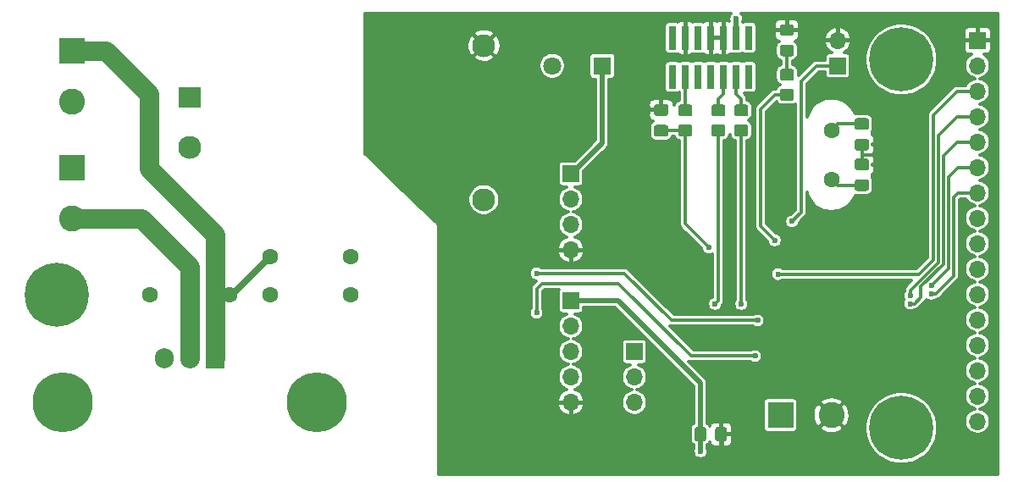
<source format=gbr>
%TF.GenerationSoftware,KiCad,Pcbnew,(5.1.9)-1*%
%TF.CreationDate,2021-12-16T02:45:32+03:00*%
%TF.ProjectId,pcb-heater,7063622d-6865-4617-9465-722e6b696361,rev?*%
%TF.SameCoordinates,Original*%
%TF.FileFunction,Copper,L1,Top*%
%TF.FilePolarity,Positive*%
%FSLAX46Y46*%
G04 Gerber Fmt 4.6, Leading zero omitted, Abs format (unit mm)*
G04 Created by KiCad (PCBNEW (5.1.9)-1) date 2021-12-16 02:45:32*
%MOMM*%
%LPD*%
G01*
G04 APERTURE LIST*
%TA.AperFunction,ComponentPad*%
%ADD10C,0.800000*%
%TD*%
%TA.AperFunction,ComponentPad*%
%ADD11C,6.400000*%
%TD*%
%TA.AperFunction,ComponentPad*%
%ADD12C,1.600000*%
%TD*%
%TA.AperFunction,ComponentPad*%
%ADD13C,6.000000*%
%TD*%
%TA.AperFunction,ComponentPad*%
%ADD14O,1.905000X2.000000*%
%TD*%
%TA.AperFunction,ComponentPad*%
%ADD15R,1.905000X2.000000*%
%TD*%
%TA.AperFunction,ComponentPad*%
%ADD16C,2.300000*%
%TD*%
%TA.AperFunction,ComponentPad*%
%ADD17R,2.300000X2.000000*%
%TD*%
%TA.AperFunction,SMDPad,CuDef*%
%ADD18R,0.740000X2.400000*%
%TD*%
%TA.AperFunction,ComponentPad*%
%ADD19O,1.700000X1.700000*%
%TD*%
%TA.AperFunction,ComponentPad*%
%ADD20R,1.700000X1.700000*%
%TD*%
%TA.AperFunction,ComponentPad*%
%ADD21C,2.600000*%
%TD*%
%TA.AperFunction,ComponentPad*%
%ADD22R,2.600000X2.600000*%
%TD*%
%TA.AperFunction,ComponentPad*%
%ADD23C,1.800000*%
%TD*%
%TA.AperFunction,ComponentPad*%
%ADD24R,1.800000X1.800000*%
%TD*%
%TA.AperFunction,ViaPad*%
%ADD25C,0.600000*%
%TD*%
%TA.AperFunction,Conductor*%
%ADD26C,0.500000*%
%TD*%
%TA.AperFunction,Conductor*%
%ADD27C,0.300000*%
%TD*%
%TA.AperFunction,Conductor*%
%ADD28C,0.700000*%
%TD*%
%TA.AperFunction,Conductor*%
%ADD29C,1.905000*%
%TD*%
%TA.AperFunction,Conductor*%
%ADD30C,0.100000*%
%TD*%
G04 APERTURE END LIST*
D10*
%TO.P,H3,1*%
%TO.N,N/C*%
X135047056Y-79582944D03*
X133350000Y-78880000D03*
X131652944Y-79582944D03*
X130950000Y-81280000D03*
X131652944Y-82977056D03*
X133350000Y-83680000D03*
X135047056Y-82977056D03*
X135750000Y-81280000D03*
D11*
X133350000Y-81280000D03*
%TD*%
D10*
%TO.P,H2,1*%
%TO.N,N/C*%
X135047056Y-116412944D03*
X133350000Y-115710000D03*
X131652944Y-116412944D03*
X130950000Y-118110000D03*
X131652944Y-119807056D03*
X133350000Y-120510000D03*
X135047056Y-119807056D03*
X135750000Y-118110000D03*
D11*
X133350000Y-118110000D03*
%TD*%
D10*
%TO.P,H1,1*%
%TO.N,N/C*%
X50592056Y-103077944D03*
X48895000Y-102375000D03*
X47197944Y-103077944D03*
X46495000Y-104775000D03*
X47197944Y-106472056D03*
X48895000Y-107175000D03*
X50592056Y-106472056D03*
X51295000Y-104775000D03*
D11*
X48895000Y-104775000D03*
%TD*%
D12*
%TO.P,R16,2*%
%TO.N,Net-(Q3-Pad3)*%
X58230000Y-104775000D03*
%TO.P,R16,1*%
%TO.N,Net-(J4-Pad1)*%
X66230000Y-104775000D03*
%TD*%
D13*
%TO.P,HS1,1*%
%TO.N,Net-(HS1-Pad1)*%
X74930000Y-115570000D03*
X49530000Y-115570000D03*
%TD*%
D12*
%TO.P,Y1,2*%
%TO.N,Net-(C2-Pad1)*%
X126365000Y-93255000D03*
%TO.P,Y1,1*%
%TO.N,Net-(C1-Pad1)*%
X126365000Y-88355000D03*
%TD*%
%TO.P,R19,2*%
%TO.N,Net-(J9-Pad12)*%
%TA.AperFunction,SMDPad,CuDef*%
G36*
G01*
X112210001Y-86976000D02*
X111309999Y-86976000D01*
G75*
G02*
X111060000Y-86726001I0J249999D01*
G01*
X111060000Y-86025999D01*
G75*
G02*
X111309999Y-85776000I249999J0D01*
G01*
X112210001Y-85776000D01*
G75*
G02*
X112460000Y-86025999I0J-249999D01*
G01*
X112460000Y-86726001D01*
G75*
G02*
X112210001Y-86976000I-249999J0D01*
G01*
G37*
%TD.AperFunction*%
%TO.P,R19,1*%
%TO.N,NRST*%
%TA.AperFunction,SMDPad,CuDef*%
G36*
G01*
X112210001Y-88976000D02*
X111309999Y-88976000D01*
G75*
G02*
X111060000Y-88726001I0J249999D01*
G01*
X111060000Y-88025999D01*
G75*
G02*
X111309999Y-87776000I249999J0D01*
G01*
X112210001Y-87776000D01*
G75*
G02*
X112460000Y-88025999I0J-249999D01*
G01*
X112460000Y-88726001D01*
G75*
G02*
X112210001Y-88976000I-249999J0D01*
G01*
G37*
%TD.AperFunction*%
%TD*%
%TO.P,R18,2*%
%TO.N,Net-(J9-Pad6)*%
%TA.AperFunction,SMDPad,CuDef*%
G36*
G01*
X115512001Y-86976000D02*
X114611999Y-86976000D01*
G75*
G02*
X114362000Y-86726001I0J249999D01*
G01*
X114362000Y-86025999D01*
G75*
G02*
X114611999Y-85776000I249999J0D01*
G01*
X115512001Y-85776000D01*
G75*
G02*
X115762000Y-86025999I0J-249999D01*
G01*
X115762000Y-86726001D01*
G75*
G02*
X115512001Y-86976000I-249999J0D01*
G01*
G37*
%TD.AperFunction*%
%TO.P,R18,1*%
%TO.N,SWCLK*%
%TA.AperFunction,SMDPad,CuDef*%
G36*
G01*
X115512001Y-88976000D02*
X114611999Y-88976000D01*
G75*
G02*
X114362000Y-88726001I0J249999D01*
G01*
X114362000Y-88025999D01*
G75*
G02*
X114611999Y-87776000I249999J0D01*
G01*
X115512001Y-87776000D01*
G75*
G02*
X115762000Y-88025999I0J-249999D01*
G01*
X115762000Y-88726001D01*
G75*
G02*
X115512001Y-88976000I-249999J0D01*
G01*
G37*
%TD.AperFunction*%
%TD*%
%TO.P,R17,2*%
%TO.N,Net-(J9-Pad4)*%
%TA.AperFunction,SMDPad,CuDef*%
G36*
G01*
X117798001Y-86976000D02*
X116897999Y-86976000D01*
G75*
G02*
X116648000Y-86726001I0J249999D01*
G01*
X116648000Y-86025999D01*
G75*
G02*
X116897999Y-85776000I249999J0D01*
G01*
X117798001Y-85776000D01*
G75*
G02*
X118048000Y-86025999I0J-249999D01*
G01*
X118048000Y-86726001D01*
G75*
G02*
X117798001Y-86976000I-249999J0D01*
G01*
G37*
%TD.AperFunction*%
%TO.P,R17,1*%
%TO.N,SWDIO*%
%TA.AperFunction,SMDPad,CuDef*%
G36*
G01*
X117798001Y-88976000D02*
X116897999Y-88976000D01*
G75*
G02*
X116648000Y-88726001I0J249999D01*
G01*
X116648000Y-88025999D01*
G75*
G02*
X116897999Y-87776000I249999J0D01*
G01*
X117798001Y-87776000D01*
G75*
G02*
X118048000Y-88025999I0J-249999D01*
G01*
X118048000Y-88726001D01*
G75*
G02*
X117798001Y-88976000I-249999J0D01*
G01*
G37*
%TD.AperFunction*%
%TD*%
%TO.P,R7,2*%
%TO.N,Net-(J4-Pad1)*%
X70295000Y-100965000D03*
%TO.P,R7,1*%
%TO.N,Net-(R7-Pad1)*%
X78295000Y-100965000D03*
%TD*%
%TO.P,R6,2*%
%TO.N,Net-(J4-Pad2)*%
X70295000Y-104775000D03*
%TO.P,R6,1*%
%TO.N,Net-(R6-Pad1)*%
X78295000Y-104775000D03*
%TD*%
%TO.P,R2,2*%
%TO.N,LED_STATUS*%
%TA.AperFunction,SMDPad,CuDef*%
G36*
G01*
X121469999Y-84220000D02*
X122370001Y-84220000D01*
G75*
G02*
X122620000Y-84469999I0J-249999D01*
G01*
X122620000Y-85170001D01*
G75*
G02*
X122370001Y-85420000I-249999J0D01*
G01*
X121469999Y-85420000D01*
G75*
G02*
X121220000Y-85170001I0J249999D01*
G01*
X121220000Y-84469999D01*
G75*
G02*
X121469999Y-84220000I249999J0D01*
G01*
G37*
%TD.AperFunction*%
%TO.P,R2,1*%
%TO.N,Net-(D1-Pad2)*%
%TA.AperFunction,SMDPad,CuDef*%
G36*
G01*
X121469999Y-82220000D02*
X122370001Y-82220000D01*
G75*
G02*
X122620000Y-82469999I0J-249999D01*
G01*
X122620000Y-83170001D01*
G75*
G02*
X122370001Y-83420000I-249999J0D01*
G01*
X121469999Y-83420000D01*
G75*
G02*
X121220000Y-83170001I0J249999D01*
G01*
X121220000Y-82469999D01*
G75*
G02*
X121469999Y-82220000I249999J0D01*
G01*
G37*
%TD.AperFunction*%
%TD*%
D14*
%TO.P,Q3,3*%
%TO.N,Net-(Q3-Pad3)*%
X59690000Y-111125000D03*
%TO.P,Q3,2*%
%TO.N,Net-(J5-Pad2)*%
X62230000Y-111125000D03*
D15*
%TO.P,Q3,1*%
%TO.N,Net-(J4-Pad1)*%
X64770000Y-111125000D03*
%TD*%
D16*
%TO.P,PS1,4*%
%TO.N,+3V3*%
X91630000Y-95290000D03*
%TO.P,PS1,2*%
%TO.N,Net-(J4-Pad2)*%
X62230000Y-90090000D03*
D17*
%TO.P,PS1,1*%
%TO.N,Net-(J4-Pad1)*%
X62230000Y-85090000D03*
D16*
%TO.P,PS1,3*%
%TO.N,GND*%
X91630000Y-79890000D03*
%TD*%
D18*
%TO.P,J9,14*%
%TO.N,Net-(J9-Pad14)*%
X110490000Y-83039500D03*
%TO.P,J9,13*%
%TO.N,Net-(J9-Pad13)*%
X110490000Y-79139500D03*
%TO.P,J9,12*%
%TO.N,Net-(J9-Pad12)*%
X111760000Y-83039500D03*
%TO.P,J9,11*%
%TO.N,GND*%
X111760000Y-79139500D03*
%TO.P,J9,10*%
%TO.N,Net-(J9-Pad10)*%
X113030000Y-83039500D03*
%TO.P,J9,9*%
%TO.N,Net-(J9-Pad9)*%
X113030000Y-79139500D03*
%TO.P,J9,8*%
%TO.N,Net-(J9-Pad8)*%
X114300000Y-83039500D03*
%TO.P,J9,7*%
%TO.N,GND*%
X114300000Y-79139500D03*
%TO.P,J9,6*%
%TO.N,Net-(J9-Pad6)*%
X115570000Y-83039500D03*
%TO.P,J9,5*%
%TO.N,GND*%
X115570000Y-79139500D03*
%TO.P,J9,4*%
%TO.N,Net-(J9-Pad4)*%
X116840000Y-83039500D03*
%TO.P,J9,3*%
%TO.N,+3V3*%
X116840000Y-79139500D03*
%TO.P,J9,2*%
%TO.N,Net-(J9-Pad2)*%
X118110000Y-83039500D03*
%TO.P,J9,1*%
%TO.N,Net-(J9-Pad1)*%
X118110000Y-79139500D03*
%TD*%
D19*
%TO.P,J8,4*%
%TO.N,GND*%
X100330000Y-100330000D03*
%TO.P,J8,3*%
%TO.N,Net-(J8-Pad3)*%
X100330000Y-97790000D03*
%TO.P,J8,2*%
%TO.N,Net-(J8-Pad2)*%
X100330000Y-95250000D03*
D20*
%TO.P,J8,1*%
%TO.N,+3V3*%
X100330000Y-92710000D03*
%TD*%
D19*
%TO.P,J7,5*%
%TO.N,GND*%
X100330000Y-115570000D03*
%TO.P,J7,4*%
%TO.N,ENC_UP*%
X100330000Y-113030000D03*
%TO.P,J7,3*%
%TO.N,ENC_DN*%
X100330000Y-110490000D03*
%TO.P,J7,2*%
%TO.N,ENC_BTN*%
X100330000Y-107950000D03*
D20*
%TO.P,J7,1*%
%TO.N,+3V3*%
X100330000Y-105410000D03*
%TD*%
D21*
%TO.P,J6,2*%
%TO.N,GND*%
X126365000Y-116840000D03*
D22*
%TO.P,J6,1*%
%TO.N,Net-(J6-Pad1)*%
X121285000Y-116840000D03*
%TD*%
D21*
%TO.P,J5,2*%
%TO.N,Net-(J5-Pad2)*%
X50419000Y-97155000D03*
D22*
%TO.P,J5,1*%
%TO.N,Net-(J4-Pad2)*%
X50419000Y-92075000D03*
%TD*%
D21*
%TO.P,J4,2*%
%TO.N,Net-(J4-Pad2)*%
X50419000Y-85471000D03*
D22*
%TO.P,J4,1*%
%TO.N,Net-(J4-Pad1)*%
X50419000Y-80391000D03*
%TD*%
D19*
%TO.P,J3,3*%
%TO.N,LCD_MISO*%
X106680000Y-115570000D03*
%TO.P,J3,2*%
%TO.N,LCD_MOSI*%
X106680000Y-113030000D03*
D20*
%TO.P,J3,1*%
%TO.N,LCD_SCK*%
X106680000Y-110490000D03*
%TD*%
D19*
%TO.P,J2,16*%
%TO.N,Net-(J2-Pad16)*%
X140970000Y-117475000D03*
%TO.P,J2,15*%
%TO.N,Net-(J2-Pad15)*%
X140970000Y-114935000D03*
%TO.P,J2,14*%
%TO.N,Net-(J2-Pad14)*%
X140970000Y-112395000D03*
%TO.P,J2,13*%
%TO.N,Net-(J2-Pad13)*%
X140970000Y-109855000D03*
%TO.P,J2,12*%
%TO.N,Net-(J2-Pad12)*%
X140970000Y-107315000D03*
%TO.P,J2,11*%
%TO.N,Net-(J2-Pad11)*%
X140970000Y-104775000D03*
%TO.P,J2,10*%
%TO.N,Net-(J2-Pad10)*%
X140970000Y-102235000D03*
%TO.P,J2,9*%
%TO.N,Net-(J2-Pad9)*%
X140970000Y-99695000D03*
%TO.P,J2,8*%
%TO.N,LCD_LED*%
X140970000Y-97155000D03*
%TO.P,J2,7*%
%TO.N,LCD_RST*%
X140970000Y-94615000D03*
%TO.P,J2,6*%
%TO.N,LCD_RD*%
X140970000Y-92075000D03*
%TO.P,J2,5*%
%TO.N,LCD_WR*%
X140970000Y-89535000D03*
%TO.P,J2,4*%
%TO.N,LCD_RS*%
X140970000Y-86995000D03*
%TO.P,J2,3*%
%TO.N,LCD_CS*%
X140970000Y-84455000D03*
%TO.P,J2,2*%
%TO.N,+3V3*%
X140970000Y-81915000D03*
D20*
%TO.P,J2,1*%
%TO.N,GND*%
X140970000Y-79375000D03*
%TD*%
D19*
%TO.P,J1,2*%
%TO.N,GND*%
X127000000Y-79375000D03*
D20*
%TO.P,J1,1*%
%TO.N,STOP*%
X127000000Y-81915000D03*
%TD*%
%TO.P,D1,2*%
%TO.N,Net-(D1-Pad2)*%
%TA.AperFunction,SMDPad,CuDef*%
G36*
G01*
X121469999Y-79825000D02*
X122370001Y-79825000D01*
G75*
G02*
X122620000Y-80074999I0J-249999D01*
G01*
X122620000Y-80725001D01*
G75*
G02*
X122370001Y-80975000I-249999J0D01*
G01*
X121469999Y-80975000D01*
G75*
G02*
X121220000Y-80725001I0J249999D01*
G01*
X121220000Y-80074999D01*
G75*
G02*
X121469999Y-79825000I249999J0D01*
G01*
G37*
%TD.AperFunction*%
%TO.P,D1,1*%
%TO.N,GND*%
%TA.AperFunction,SMDPad,CuDef*%
G36*
G01*
X121469999Y-77775000D02*
X122370001Y-77775000D01*
G75*
G02*
X122620000Y-78024999I0J-249999D01*
G01*
X122620000Y-78675001D01*
G75*
G02*
X122370001Y-78925000I-249999J0D01*
G01*
X121469999Y-78925000D01*
G75*
G02*
X121220000Y-78675001I0J249999D01*
G01*
X121220000Y-78024999D01*
G75*
G02*
X121469999Y-77775000I249999J0D01*
G01*
G37*
%TD.AperFunction*%
%TD*%
%TO.P,C8,2*%
%TO.N,GND*%
%TA.AperFunction,SMDPad,CuDef*%
G36*
G01*
X109822000Y-86926000D02*
X108872000Y-86926000D01*
G75*
G02*
X108622000Y-86676000I0J250000D01*
G01*
X108622000Y-86001000D01*
G75*
G02*
X108872000Y-85751000I250000J0D01*
G01*
X109822000Y-85751000D01*
G75*
G02*
X110072000Y-86001000I0J-250000D01*
G01*
X110072000Y-86676000D01*
G75*
G02*
X109822000Y-86926000I-250000J0D01*
G01*
G37*
%TD.AperFunction*%
%TO.P,C8,1*%
%TO.N,NRST*%
%TA.AperFunction,SMDPad,CuDef*%
G36*
G01*
X109822000Y-89001000D02*
X108872000Y-89001000D01*
G75*
G02*
X108622000Y-88751000I0J250000D01*
G01*
X108622000Y-88076000D01*
G75*
G02*
X108872000Y-87826000I250000J0D01*
G01*
X109822000Y-87826000D01*
G75*
G02*
X110072000Y-88076000I0J-250000D01*
G01*
X110072000Y-88751000D01*
G75*
G02*
X109822000Y-89001000I-250000J0D01*
G01*
G37*
%TD.AperFunction*%
%TD*%
%TO.P,C5,2*%
%TO.N,GND*%
%TA.AperFunction,SMDPad,CuDef*%
G36*
G01*
X114750000Y-119220000D02*
X114750000Y-118270000D01*
G75*
G02*
X115000000Y-118020000I250000J0D01*
G01*
X115675000Y-118020000D01*
G75*
G02*
X115925000Y-118270000I0J-250000D01*
G01*
X115925000Y-119220000D01*
G75*
G02*
X115675000Y-119470000I-250000J0D01*
G01*
X115000000Y-119470000D01*
G75*
G02*
X114750000Y-119220000I0J250000D01*
G01*
G37*
%TD.AperFunction*%
%TO.P,C5,1*%
%TO.N,+3V3*%
%TA.AperFunction,SMDPad,CuDef*%
G36*
G01*
X112675000Y-119220000D02*
X112675000Y-118270000D01*
G75*
G02*
X112925000Y-118020000I250000J0D01*
G01*
X113600000Y-118020000D01*
G75*
G02*
X113850000Y-118270000I0J-250000D01*
G01*
X113850000Y-119220000D01*
G75*
G02*
X113600000Y-119470000I-250000J0D01*
G01*
X112925000Y-119470000D01*
G75*
G02*
X112675000Y-119220000I0J250000D01*
G01*
G37*
%TD.AperFunction*%
%TD*%
%TO.P,C2,1*%
%TO.N,Net-(C2-Pad1)*%
%TA.AperFunction,SMDPad,CuDef*%
G36*
G01*
X129888000Y-94440500D02*
X128938000Y-94440500D01*
G75*
G02*
X128688000Y-94190500I0J250000D01*
G01*
X128688000Y-93515500D01*
G75*
G02*
X128938000Y-93265500I250000J0D01*
G01*
X129888000Y-93265500D01*
G75*
G02*
X130138000Y-93515500I0J-250000D01*
G01*
X130138000Y-94190500D01*
G75*
G02*
X129888000Y-94440500I-250000J0D01*
G01*
G37*
%TD.AperFunction*%
%TO.P,C2,2*%
%TO.N,GND*%
%TA.AperFunction,SMDPad,CuDef*%
G36*
G01*
X129888000Y-92365500D02*
X128938000Y-92365500D01*
G75*
G02*
X128688000Y-92115500I0J250000D01*
G01*
X128688000Y-91440500D01*
G75*
G02*
X128938000Y-91190500I250000J0D01*
G01*
X129888000Y-91190500D01*
G75*
G02*
X130138000Y-91440500I0J-250000D01*
G01*
X130138000Y-92115500D01*
G75*
G02*
X129888000Y-92365500I-250000J0D01*
G01*
G37*
%TD.AperFunction*%
%TD*%
%TO.P,C1,2*%
%TO.N,GND*%
%TA.AperFunction,SMDPad,CuDef*%
G36*
G01*
X128938000Y-89223000D02*
X129888000Y-89223000D01*
G75*
G02*
X130138000Y-89473000I0J-250000D01*
G01*
X130138000Y-90148000D01*
G75*
G02*
X129888000Y-90398000I-250000J0D01*
G01*
X128938000Y-90398000D01*
G75*
G02*
X128688000Y-90148000I0J250000D01*
G01*
X128688000Y-89473000D01*
G75*
G02*
X128938000Y-89223000I250000J0D01*
G01*
G37*
%TD.AperFunction*%
%TO.P,C1,1*%
%TO.N,Net-(C1-Pad1)*%
%TA.AperFunction,SMDPad,CuDef*%
G36*
G01*
X128938000Y-87148000D02*
X129888000Y-87148000D01*
G75*
G02*
X130138000Y-87398000I0J-250000D01*
G01*
X130138000Y-88073000D01*
G75*
G02*
X129888000Y-88323000I-250000J0D01*
G01*
X128938000Y-88323000D01*
G75*
G02*
X128688000Y-88073000I0J250000D01*
G01*
X128688000Y-87398000D01*
G75*
G02*
X128938000Y-87148000I250000J0D01*
G01*
G37*
%TD.AperFunction*%
%TD*%
D23*
%TO.P,BZ1,2*%
%TO.N,Net-(BZ1-Pad2)*%
X98465000Y-81915000D03*
D24*
%TO.P,BZ1,1*%
%TO.N,+3V3*%
X103465000Y-81915000D03*
%TD*%
D25*
%TO.N,GND*%
X129540000Y-107950000D03*
X128016000Y-107950000D03*
X134112000Y-107950000D03*
X131064000Y-107950000D03*
X132588000Y-107950000D03*
X96520000Y-115570000D03*
X96520000Y-117094000D03*
X96520000Y-114046000D03*
X96520000Y-112522000D03*
X130302000Y-108966000D03*
X128778000Y-108966000D03*
X131826000Y-108966000D03*
X133350000Y-108966000D03*
X94488000Y-117094000D03*
X94488000Y-112522000D03*
X94488000Y-115570000D03*
X94488000Y-114046000D03*
X128778000Y-106934000D03*
X133350000Y-106934000D03*
X130302000Y-106934000D03*
X131826000Y-106934000D03*
%TO.N,+3V3*%
X113284000Y-120459500D03*
X116840000Y-77216000D03*
%TO.N,GND*%
X115379500Y-120459500D03*
X131064000Y-90805000D03*
X95504000Y-117856000D03*
X95504000Y-116332000D03*
X95504000Y-114808000D03*
X95504000Y-113284000D03*
X95504000Y-111760000D03*
X121412000Y-88392000D03*
X121412000Y-87122000D03*
X131064000Y-91694000D03*
X131064000Y-89916000D03*
X132461000Y-85979000D03*
X133350000Y-85979000D03*
X106299000Y-83058000D03*
X107188000Y-83058000D03*
X108077000Y-83058000D03*
X106299000Y-80772000D03*
X107188000Y-80772000D03*
X108077000Y-80772000D03*
%TO.N,NRST*%
X114109500Y-100076000D03*
%TO.N,STOP*%
X122428000Y-97472500D03*
%TO.N,LCD_RST*%
X136359450Y-104705003D03*
%TO.N,LCD_RD*%
X136359450Y-103905000D03*
%TO.N,LCD_WR*%
X134239000Y-105705003D03*
%TO.N,LCD_RS*%
X134239000Y-104905000D03*
%TO.N,LCD_CS*%
X121031000Y-102743000D03*
%TO.N,LED_STATUS*%
X120713500Y-99377500D03*
%TO.N,GATE_CONTROL*%
X96901000Y-106616500D03*
X118745000Y-110934500D03*
%TO.N,ZERO_CROSS*%
X96901000Y-102679500D03*
X118999000Y-107378500D03*
%TO.N,SWDIO*%
X117348000Y-105727500D03*
%TO.N,SWCLK*%
X114744500Y-105727500D03*
%TD*%
D26*
%TO.N,+3V3*%
X113284000Y-118766500D02*
X113262500Y-118745000D01*
X113284000Y-120459500D02*
X113284000Y-118766500D01*
X113262500Y-118745000D02*
X113262500Y-113643500D01*
X105029000Y-105410000D02*
X100330000Y-105410000D01*
X113262500Y-113643500D02*
X105029000Y-105410000D01*
X100330000Y-92710000D02*
X100393500Y-92710000D01*
X103465000Y-89638500D02*
X103465000Y-81915000D01*
X100393500Y-92710000D02*
X103465000Y-89638500D01*
X116840000Y-77216000D02*
X116840000Y-79330000D01*
%TO.N,GND*%
X115379500Y-118787000D02*
X115337500Y-118745000D01*
X115379500Y-120459500D02*
X115379500Y-118787000D01*
D27*
X129413000Y-90805000D02*
X131064000Y-90805000D01*
X129413000Y-91778000D02*
X129413000Y-90805000D01*
X129413000Y-90805000D02*
X129413000Y-89810500D01*
%TO.N,Net-(C1-Pad1)*%
X126984500Y-87735500D02*
X126365000Y-88355000D01*
X129413000Y-87735500D02*
X126984500Y-87735500D01*
%TO.N,Net-(C2-Pad1)*%
X126963000Y-93853000D02*
X126365000Y-93255000D01*
X129413000Y-93853000D02*
X126963000Y-93853000D01*
%TO.N,NRST*%
X111722500Y-88413500D02*
X111760000Y-88376000D01*
X109347000Y-88413500D02*
X111722500Y-88413500D01*
X111760000Y-97726500D02*
X114109500Y-100076000D01*
X111760000Y-88376000D02*
X111760000Y-97726500D01*
%TO.N,Net-(D1-Pad2)*%
X121920000Y-82820000D02*
X121920000Y-80400000D01*
%TO.N,STOP*%
X127000000Y-81915000D02*
X124904500Y-81915000D01*
X124904500Y-81915000D02*
X123317000Y-83502500D01*
X123317000Y-96583500D02*
X122428000Y-97472500D01*
X123317000Y-83502500D02*
X123317000Y-96583500D01*
%TO.N,LCD_RST*%
X136783714Y-104705003D02*
X138557000Y-102931717D01*
X136359450Y-104705003D02*
X136783714Y-104705003D01*
X138557000Y-102931717D02*
X138557000Y-95059500D01*
X139001500Y-94615000D02*
X140970000Y-94615000D01*
X138557000Y-95059500D02*
X139001500Y-94615000D01*
%TO.N,LCD_RD*%
X136359450Y-103905000D02*
X138049000Y-102215450D01*
X138049000Y-102215450D02*
X138049000Y-93027500D01*
X139001500Y-92075000D02*
X140970000Y-92075000D01*
X138049000Y-93027500D02*
X139001500Y-92075000D01*
%TO.N,LCD_WR*%
X134663264Y-105705003D02*
X135318500Y-105049767D01*
X134239000Y-105705003D02*
X134663264Y-105705003D01*
X135318500Y-103983948D02*
X137541000Y-101761448D01*
X135318500Y-105049767D02*
X135318500Y-103983948D01*
X137541000Y-101761448D02*
X137541000Y-90932000D01*
X138938000Y-89535000D02*
X140970000Y-89535000D01*
X137541000Y-90932000D02*
X138938000Y-89535000D01*
%TO.N,LCD_RS*%
X134239000Y-104905000D02*
X134239000Y-104351404D01*
X137040990Y-101549414D02*
X137040990Y-88892010D01*
X134239000Y-104351404D02*
X137040990Y-101549414D01*
X138938000Y-86995000D02*
X140970000Y-86995000D01*
X137040990Y-88892010D02*
X138938000Y-86995000D01*
%TO.N,LCD_CS*%
X121031000Y-102743000D02*
X135140284Y-102743000D01*
X136540980Y-101342304D02*
X136540980Y-86852020D01*
X135140284Y-102743000D02*
X136540980Y-101342304D01*
X138938000Y-84455000D02*
X140970000Y-84455000D01*
X136540980Y-86852020D02*
X138938000Y-84455000D01*
D28*
%TO.N,Net-(J4-Pad1)*%
X66485000Y-104775000D02*
X70295000Y-100965000D01*
X66230000Y-104775000D02*
X66485000Y-104775000D01*
D29*
X64770000Y-98806000D02*
X58166000Y-92202000D01*
X64770000Y-111125000D02*
X64770000Y-98806000D01*
X53848000Y-80391000D02*
X50419000Y-80391000D01*
X58166000Y-84709000D02*
X53848000Y-80391000D01*
X58166000Y-92202000D02*
X58166000Y-84709000D01*
%TO.N,Net-(J5-Pad2)*%
X62230000Y-111125000D02*
X62230000Y-101981000D01*
X57404000Y-97155000D02*
X50419000Y-97155000D01*
X62230000Y-101981000D02*
X57404000Y-97155000D01*
D27*
%TO.N,Net-(J9-Pad12)*%
X111760000Y-83230000D02*
X111760000Y-86376000D01*
%TO.N,Net-(J9-Pad6)*%
X115570000Y-83230000D02*
X115570000Y-84709000D01*
X115062000Y-85217000D02*
X115062000Y-86376000D01*
X115570000Y-84709000D02*
X115062000Y-85217000D01*
%TO.N,Net-(J9-Pad4)*%
X116840000Y-83230000D02*
X116840000Y-84709000D01*
X117348000Y-85217000D02*
X117348000Y-86376000D01*
X116840000Y-84709000D02*
X117348000Y-85217000D01*
%TO.N,LED_STATUS*%
X121920000Y-84820000D02*
X120729500Y-84820000D01*
X120729500Y-84820000D02*
X119316500Y-86233000D01*
X119316500Y-97980500D02*
X120713500Y-99377500D01*
X119316500Y-86233000D02*
X119316500Y-97980500D01*
%TO.N,GATE_CONTROL*%
X96901000Y-106616500D02*
X96901000Y-104203500D01*
X96901000Y-104203500D02*
X97409000Y-103695500D01*
X97409000Y-103695500D02*
X105092500Y-103695500D01*
X112331500Y-110934500D02*
X118745000Y-110934500D01*
X105092500Y-103695500D02*
X112331500Y-110934500D01*
%TO.N,ZERO_CROSS*%
X96901000Y-102679500D02*
X105664000Y-102679500D01*
X110363000Y-107378500D02*
X118999000Y-107378500D01*
X105664000Y-102679500D02*
X110363000Y-107378500D01*
%TO.N,SWDIO*%
X117348000Y-105357790D02*
X117348000Y-88376000D01*
X117348000Y-105727500D02*
X117348000Y-105357790D01*
%TO.N,SWCLK*%
X115062000Y-105410000D02*
X114744500Y-105727500D01*
X115062000Y-88376000D02*
X115062000Y-105410000D01*
%TD*%
%TO.N,GND*%
X116257437Y-76737903D02*
X116175359Y-76860742D01*
X116118822Y-76997233D01*
X116090000Y-77142131D01*
X116090000Y-77289869D01*
X116115484Y-77417984D01*
X116047819Y-77397458D01*
X115940000Y-77386839D01*
X115748000Y-77389500D01*
X115610500Y-77527000D01*
X115610500Y-79099000D01*
X115630500Y-79099000D01*
X115630500Y-79180000D01*
X115610500Y-79180000D01*
X115610500Y-80752000D01*
X115748000Y-80889500D01*
X115940000Y-80892161D01*
X116047819Y-80881542D01*
X116151494Y-80850092D01*
X116247042Y-80799021D01*
X116297669Y-80757472D01*
X116381785Y-80782989D01*
X116470000Y-80791677D01*
X117210000Y-80791677D01*
X117298215Y-80782989D01*
X117383041Y-80757257D01*
X117461216Y-80715471D01*
X117475000Y-80704159D01*
X117488784Y-80715471D01*
X117566959Y-80757257D01*
X117651785Y-80782989D01*
X117740000Y-80791677D01*
X118480000Y-80791677D01*
X118568215Y-80782989D01*
X118653041Y-80757257D01*
X118731216Y-80715471D01*
X118799737Y-80659237D01*
X118855971Y-80590716D01*
X118897757Y-80512541D01*
X118923489Y-80427715D01*
X118932177Y-80339500D01*
X118932177Y-77939500D01*
X118923489Y-77851285D01*
X118900348Y-77775000D01*
X120667339Y-77775000D01*
X120670000Y-78172000D01*
X120807500Y-78309500D01*
X121879500Y-78309500D01*
X121879500Y-77362500D01*
X121960500Y-77362500D01*
X121960500Y-78309500D01*
X123032500Y-78309500D01*
X123170000Y-78172000D01*
X123172661Y-77775000D01*
X123162042Y-77667181D01*
X123130592Y-77563506D01*
X123079521Y-77467958D01*
X123010790Y-77384210D01*
X122927042Y-77315479D01*
X122831494Y-77264408D01*
X122727819Y-77232958D01*
X122620000Y-77222339D01*
X122098000Y-77225000D01*
X121960500Y-77362500D01*
X121879500Y-77362500D01*
X121742000Y-77225000D01*
X121220000Y-77222339D01*
X121112181Y-77232958D01*
X121008506Y-77264408D01*
X120912958Y-77315479D01*
X120829210Y-77384210D01*
X120760479Y-77467958D01*
X120709408Y-77563506D01*
X120677958Y-77667181D01*
X120667339Y-77775000D01*
X118900348Y-77775000D01*
X118897757Y-77766459D01*
X118855971Y-77688284D01*
X118799737Y-77619763D01*
X118731216Y-77563529D01*
X118653041Y-77521743D01*
X118568215Y-77496011D01*
X118480000Y-77487323D01*
X117740000Y-77487323D01*
X117651785Y-77496011D01*
X117566959Y-77521743D01*
X117540000Y-77536153D01*
X117540000Y-77485895D01*
X117561178Y-77434767D01*
X117590000Y-77289869D01*
X117590000Y-77142131D01*
X117561178Y-76997233D01*
X117504641Y-76860742D01*
X117422563Y-76737903D01*
X117359660Y-76675000D01*
X143035000Y-76675000D01*
X143035001Y-122715000D01*
X87145000Y-122715000D01*
X87145000Y-115828918D01*
X98954151Y-115828918D01*
X98959796Y-115857307D01*
X99042175Y-116119100D01*
X99174044Y-116359791D01*
X99350336Y-116570131D01*
X99564276Y-116742037D01*
X99807642Y-116868902D01*
X100071082Y-116945851D01*
X100289500Y-116831916D01*
X100289500Y-115610500D01*
X100370500Y-115610500D01*
X100370500Y-116831916D01*
X100588918Y-116945851D01*
X100852358Y-116868902D01*
X101095724Y-116742037D01*
X101309664Y-116570131D01*
X101485956Y-116359791D01*
X101617825Y-116119100D01*
X101700204Y-115857307D01*
X101705849Y-115828918D01*
X101591850Y-115610500D01*
X100370500Y-115610500D01*
X100289500Y-115610500D01*
X99068150Y-115610500D01*
X98954151Y-115828918D01*
X87145000Y-115828918D01*
X87145000Y-102605631D01*
X96151000Y-102605631D01*
X96151000Y-102753369D01*
X96179822Y-102898267D01*
X96236359Y-103034758D01*
X96318437Y-103157597D01*
X96422903Y-103262063D01*
X96545742Y-103344141D01*
X96682233Y-103400678D01*
X96826582Y-103429391D01*
X96497581Y-103758392D01*
X96474684Y-103777183D01*
X96399705Y-103868545D01*
X96343991Y-103972779D01*
X96309682Y-104085880D01*
X96298097Y-104203500D01*
X96301001Y-104232983D01*
X96301000Y-106164499D01*
X96236359Y-106261242D01*
X96179822Y-106397733D01*
X96151000Y-106542631D01*
X96151000Y-106690369D01*
X96179822Y-106835267D01*
X96236359Y-106971758D01*
X96318437Y-107094597D01*
X96422903Y-107199063D01*
X96545742Y-107281141D01*
X96682233Y-107337678D01*
X96827131Y-107366500D01*
X96974869Y-107366500D01*
X97119767Y-107337678D01*
X97256258Y-107281141D01*
X97379097Y-107199063D01*
X97483563Y-107094597D01*
X97565641Y-106971758D01*
X97622178Y-106835267D01*
X97651000Y-106690369D01*
X97651000Y-106542631D01*
X97622178Y-106397733D01*
X97565641Y-106261242D01*
X97501000Y-106164499D01*
X97501000Y-104452027D01*
X97657528Y-104295500D01*
X99114931Y-104295500D01*
X99104029Y-104308784D01*
X99062243Y-104386959D01*
X99036511Y-104471785D01*
X99027823Y-104560000D01*
X99027823Y-106260000D01*
X99036511Y-106348215D01*
X99062243Y-106433041D01*
X99104029Y-106511216D01*
X99160263Y-106579737D01*
X99228784Y-106635971D01*
X99306959Y-106677757D01*
X99391785Y-106703489D01*
X99480000Y-106712177D01*
X99921305Y-106712177D01*
X99714219Y-106797955D01*
X99501298Y-106940224D01*
X99320224Y-107121298D01*
X99177955Y-107334219D01*
X99079958Y-107570804D01*
X99030000Y-107821961D01*
X99030000Y-108078039D01*
X99079958Y-108329196D01*
X99177955Y-108565781D01*
X99320224Y-108778702D01*
X99501298Y-108959776D01*
X99714219Y-109102045D01*
X99950804Y-109200042D01*
X100051140Y-109220000D01*
X99950804Y-109239958D01*
X99714219Y-109337955D01*
X99501298Y-109480224D01*
X99320224Y-109661298D01*
X99177955Y-109874219D01*
X99079958Y-110110804D01*
X99030000Y-110361961D01*
X99030000Y-110618039D01*
X99079958Y-110869196D01*
X99177955Y-111105781D01*
X99320224Y-111318702D01*
X99501298Y-111499776D01*
X99714219Y-111642045D01*
X99950804Y-111740042D01*
X100051140Y-111760000D01*
X99950804Y-111779958D01*
X99714219Y-111877955D01*
X99501298Y-112020224D01*
X99320224Y-112201298D01*
X99177955Y-112414219D01*
X99079958Y-112650804D01*
X99030000Y-112901961D01*
X99030000Y-113158039D01*
X99079958Y-113409196D01*
X99177955Y-113645781D01*
X99320224Y-113858702D01*
X99501298Y-114039776D01*
X99714219Y-114182045D01*
X99878936Y-114250273D01*
X99807642Y-114271098D01*
X99564276Y-114397963D01*
X99350336Y-114569869D01*
X99174044Y-114780209D01*
X99042175Y-115020900D01*
X98959796Y-115282693D01*
X98954151Y-115311082D01*
X99068150Y-115529500D01*
X100289500Y-115529500D01*
X100289500Y-115509500D01*
X100370500Y-115509500D01*
X100370500Y-115529500D01*
X101591850Y-115529500D01*
X101705849Y-115311082D01*
X101700204Y-115282693D01*
X101617825Y-115020900D01*
X101485956Y-114780209D01*
X101309664Y-114569869D01*
X101095724Y-114397963D01*
X100852358Y-114271098D01*
X100781064Y-114250273D01*
X100945781Y-114182045D01*
X101158702Y-114039776D01*
X101339776Y-113858702D01*
X101482045Y-113645781D01*
X101580042Y-113409196D01*
X101630000Y-113158039D01*
X101630000Y-112901961D01*
X101580042Y-112650804D01*
X101482045Y-112414219D01*
X101339776Y-112201298D01*
X101158702Y-112020224D01*
X100945781Y-111877955D01*
X100709196Y-111779958D01*
X100608860Y-111760000D01*
X100709196Y-111740042D01*
X100945781Y-111642045D01*
X101158702Y-111499776D01*
X101339776Y-111318702D01*
X101482045Y-111105781D01*
X101580042Y-110869196D01*
X101630000Y-110618039D01*
X101630000Y-110361961D01*
X101580042Y-110110804D01*
X101482045Y-109874219D01*
X101339776Y-109661298D01*
X101318478Y-109640000D01*
X105377823Y-109640000D01*
X105377823Y-111340000D01*
X105386511Y-111428215D01*
X105412243Y-111513041D01*
X105454029Y-111591216D01*
X105510263Y-111659737D01*
X105578784Y-111715971D01*
X105656959Y-111757757D01*
X105741785Y-111783489D01*
X105830000Y-111792177D01*
X106271305Y-111792177D01*
X106064219Y-111877955D01*
X105851298Y-112020224D01*
X105670224Y-112201298D01*
X105527955Y-112414219D01*
X105429958Y-112650804D01*
X105380000Y-112901961D01*
X105380000Y-113158039D01*
X105429958Y-113409196D01*
X105527955Y-113645781D01*
X105670224Y-113858702D01*
X105851298Y-114039776D01*
X106064219Y-114182045D01*
X106300804Y-114280042D01*
X106401140Y-114300000D01*
X106300804Y-114319958D01*
X106064219Y-114417955D01*
X105851298Y-114560224D01*
X105670224Y-114741298D01*
X105527955Y-114954219D01*
X105429958Y-115190804D01*
X105380000Y-115441961D01*
X105380000Y-115698039D01*
X105429958Y-115949196D01*
X105527955Y-116185781D01*
X105670224Y-116398702D01*
X105851298Y-116579776D01*
X106064219Y-116722045D01*
X106300804Y-116820042D01*
X106551961Y-116870000D01*
X106808039Y-116870000D01*
X107059196Y-116820042D01*
X107295781Y-116722045D01*
X107508702Y-116579776D01*
X107689776Y-116398702D01*
X107832045Y-116185781D01*
X107930042Y-115949196D01*
X107980000Y-115698039D01*
X107980000Y-115441961D01*
X107930042Y-115190804D01*
X107832045Y-114954219D01*
X107689776Y-114741298D01*
X107508702Y-114560224D01*
X107295781Y-114417955D01*
X107059196Y-114319958D01*
X106958860Y-114300000D01*
X107059196Y-114280042D01*
X107295781Y-114182045D01*
X107508702Y-114039776D01*
X107689776Y-113858702D01*
X107832045Y-113645781D01*
X107930042Y-113409196D01*
X107980000Y-113158039D01*
X107980000Y-112901961D01*
X107930042Y-112650804D01*
X107832045Y-112414219D01*
X107689776Y-112201298D01*
X107508702Y-112020224D01*
X107295781Y-111877955D01*
X107088695Y-111792177D01*
X107530000Y-111792177D01*
X107618215Y-111783489D01*
X107703041Y-111757757D01*
X107781216Y-111715971D01*
X107849737Y-111659737D01*
X107905971Y-111591216D01*
X107947757Y-111513041D01*
X107973489Y-111428215D01*
X107982177Y-111340000D01*
X107982177Y-109640000D01*
X107973489Y-109551785D01*
X107947757Y-109466959D01*
X107905971Y-109388784D01*
X107849737Y-109320263D01*
X107781216Y-109264029D01*
X107703041Y-109222243D01*
X107618215Y-109196511D01*
X107530000Y-109187823D01*
X105830000Y-109187823D01*
X105741785Y-109196511D01*
X105656959Y-109222243D01*
X105578784Y-109264029D01*
X105510263Y-109320263D01*
X105454029Y-109388784D01*
X105412243Y-109466959D01*
X105386511Y-109551785D01*
X105377823Y-109640000D01*
X101318478Y-109640000D01*
X101158702Y-109480224D01*
X100945781Y-109337955D01*
X100709196Y-109239958D01*
X100608860Y-109220000D01*
X100709196Y-109200042D01*
X100945781Y-109102045D01*
X101158702Y-108959776D01*
X101339776Y-108778702D01*
X101482045Y-108565781D01*
X101580042Y-108329196D01*
X101630000Y-108078039D01*
X101630000Y-107821961D01*
X101580042Y-107570804D01*
X101482045Y-107334219D01*
X101339776Y-107121298D01*
X101158702Y-106940224D01*
X100945781Y-106797955D01*
X100738695Y-106712177D01*
X101180000Y-106712177D01*
X101268215Y-106703489D01*
X101353041Y-106677757D01*
X101431216Y-106635971D01*
X101499737Y-106579737D01*
X101555971Y-106511216D01*
X101597757Y-106433041D01*
X101623489Y-106348215D01*
X101632177Y-106260000D01*
X101632177Y-106110000D01*
X104739051Y-106110000D01*
X112562501Y-113933450D01*
X112562500Y-117671404D01*
X112534891Y-117686161D01*
X112428486Y-117773486D01*
X112341161Y-117879891D01*
X112276273Y-118001288D01*
X112236315Y-118133012D01*
X112222823Y-118270000D01*
X112222823Y-119220000D01*
X112236315Y-119356988D01*
X112276273Y-119488712D01*
X112341161Y-119610109D01*
X112428486Y-119716514D01*
X112534891Y-119803839D01*
X112584000Y-119830088D01*
X112584000Y-120189605D01*
X112562822Y-120240733D01*
X112534000Y-120385631D01*
X112534000Y-120533369D01*
X112562822Y-120678267D01*
X112619359Y-120814758D01*
X112701437Y-120937597D01*
X112805903Y-121042063D01*
X112928742Y-121124141D01*
X113065233Y-121180678D01*
X113210131Y-121209500D01*
X113357869Y-121209500D01*
X113502767Y-121180678D01*
X113639258Y-121124141D01*
X113762097Y-121042063D01*
X113866563Y-120937597D01*
X113948641Y-120814758D01*
X114005178Y-120678267D01*
X114034000Y-120533369D01*
X114034000Y-120385631D01*
X114005178Y-120240733D01*
X113984000Y-120189605D01*
X113984000Y-119807104D01*
X113990109Y-119803839D01*
X114096514Y-119716514D01*
X114183839Y-119610109D01*
X114206891Y-119566982D01*
X114207958Y-119577819D01*
X114239408Y-119681494D01*
X114290479Y-119777042D01*
X114359210Y-119860790D01*
X114442958Y-119929521D01*
X114538506Y-119980592D01*
X114642181Y-120012042D01*
X114750000Y-120022661D01*
X115159500Y-120020000D01*
X115297000Y-119882500D01*
X115297000Y-118785500D01*
X115378000Y-118785500D01*
X115378000Y-119882500D01*
X115515500Y-120020000D01*
X115925000Y-120022661D01*
X116032819Y-120012042D01*
X116136494Y-119980592D01*
X116232042Y-119929521D01*
X116315790Y-119860790D01*
X116384521Y-119777042D01*
X116435592Y-119681494D01*
X116467042Y-119577819D01*
X116477661Y-119470000D01*
X116475000Y-118923000D01*
X116337500Y-118785500D01*
X115378000Y-118785500D01*
X115297000Y-118785500D01*
X115277000Y-118785500D01*
X115277000Y-118704500D01*
X115297000Y-118704500D01*
X115297000Y-117607500D01*
X115378000Y-117607500D01*
X115378000Y-118704500D01*
X116337500Y-118704500D01*
X116475000Y-118567000D01*
X116477661Y-118020000D01*
X116467042Y-117912181D01*
X116435592Y-117808506D01*
X116384521Y-117712958D01*
X116315790Y-117629210D01*
X116232042Y-117560479D01*
X116136494Y-117509408D01*
X116032819Y-117477958D01*
X115925000Y-117467339D01*
X115515500Y-117470000D01*
X115378000Y-117607500D01*
X115297000Y-117607500D01*
X115159500Y-117470000D01*
X114750000Y-117467339D01*
X114642181Y-117477958D01*
X114538506Y-117509408D01*
X114442958Y-117560479D01*
X114359210Y-117629210D01*
X114290479Y-117712958D01*
X114239408Y-117808506D01*
X114207958Y-117912181D01*
X114206891Y-117923018D01*
X114183839Y-117879891D01*
X114096514Y-117773486D01*
X113990109Y-117686161D01*
X113962500Y-117671404D01*
X113962500Y-115540000D01*
X119532823Y-115540000D01*
X119532823Y-118140000D01*
X119541511Y-118228215D01*
X119567243Y-118313041D01*
X119609029Y-118391216D01*
X119665263Y-118459737D01*
X119733784Y-118515971D01*
X119811959Y-118557757D01*
X119896785Y-118583489D01*
X119985000Y-118592177D01*
X122585000Y-118592177D01*
X122673215Y-118583489D01*
X122758041Y-118557757D01*
X122836216Y-118515971D01*
X122904737Y-118459737D01*
X122960971Y-118391216D01*
X123002757Y-118313041D01*
X123028489Y-118228215D01*
X123037177Y-118140000D01*
X123037177Y-118085551D01*
X125176725Y-118085551D01*
X125305360Y-118367371D01*
X125623696Y-118544748D01*
X125970520Y-118656613D01*
X126332503Y-118698666D01*
X126695736Y-118669292D01*
X127046258Y-118569619D01*
X127370600Y-118403477D01*
X127424640Y-118367371D01*
X127553275Y-118085551D01*
X126365000Y-116897276D01*
X125176725Y-118085551D01*
X123037177Y-118085551D01*
X123037177Y-116807503D01*
X124506334Y-116807503D01*
X124535708Y-117170736D01*
X124635381Y-117521258D01*
X124801523Y-117845600D01*
X124837629Y-117899640D01*
X125119449Y-118028275D01*
X126307724Y-116840000D01*
X126422276Y-116840000D01*
X127610551Y-118028275D01*
X127892371Y-117899640D01*
X127975468Y-117750506D01*
X129700000Y-117750506D01*
X129700000Y-118469494D01*
X129840267Y-119174666D01*
X130115412Y-119838923D01*
X130514860Y-120436740D01*
X131023260Y-120945140D01*
X131621077Y-121344588D01*
X132285334Y-121619733D01*
X132990506Y-121760000D01*
X133709494Y-121760000D01*
X134414666Y-121619733D01*
X135078923Y-121344588D01*
X135676740Y-120945140D01*
X136185140Y-120436740D01*
X136584588Y-119838923D01*
X136859733Y-119174666D01*
X137000000Y-118469494D01*
X137000000Y-117750506D01*
X136859733Y-117045334D01*
X136584588Y-116381077D01*
X136185140Y-115783260D01*
X135676740Y-115274860D01*
X135078923Y-114875412D01*
X134414666Y-114600267D01*
X133709494Y-114460000D01*
X132990506Y-114460000D01*
X132285334Y-114600267D01*
X131621077Y-114875412D01*
X131023260Y-115274860D01*
X130514860Y-115783260D01*
X130115412Y-116381077D01*
X129840267Y-117045334D01*
X129700000Y-117750506D01*
X127975468Y-117750506D01*
X128069748Y-117581304D01*
X128181613Y-117234480D01*
X128223666Y-116872497D01*
X128194292Y-116509264D01*
X128094619Y-116158742D01*
X127928477Y-115834400D01*
X127892371Y-115780360D01*
X127610551Y-115651725D01*
X126422276Y-116840000D01*
X126307724Y-116840000D01*
X125119449Y-115651725D01*
X124837629Y-115780360D01*
X124660252Y-116098696D01*
X124548387Y-116445520D01*
X124506334Y-116807503D01*
X123037177Y-116807503D01*
X123037177Y-115594449D01*
X125176725Y-115594449D01*
X126365000Y-116782724D01*
X127553275Y-115594449D01*
X127424640Y-115312629D01*
X127106304Y-115135252D01*
X126759480Y-115023387D01*
X126397497Y-114981334D01*
X126034264Y-115010708D01*
X125683742Y-115110381D01*
X125359400Y-115276523D01*
X125305360Y-115312629D01*
X125176725Y-115594449D01*
X123037177Y-115594449D01*
X123037177Y-115540000D01*
X123028489Y-115451785D01*
X123002757Y-115366959D01*
X122960971Y-115288784D01*
X122904737Y-115220263D01*
X122836216Y-115164029D01*
X122758041Y-115122243D01*
X122673215Y-115096511D01*
X122585000Y-115087823D01*
X119985000Y-115087823D01*
X119896785Y-115096511D01*
X119811959Y-115122243D01*
X119733784Y-115164029D01*
X119665263Y-115220263D01*
X119609029Y-115288784D01*
X119567243Y-115366959D01*
X119541511Y-115451785D01*
X119532823Y-115540000D01*
X113962500Y-115540000D01*
X113962500Y-113677886D01*
X113965887Y-113643499D01*
X113956387Y-113547045D01*
X113952372Y-113506276D01*
X113912345Y-113374325D01*
X113847345Y-113252719D01*
X113759870Y-113146130D01*
X113733153Y-113124204D01*
X112100092Y-111491143D01*
X112100779Y-111491510D01*
X112213879Y-111525818D01*
X112331500Y-111537403D01*
X112360974Y-111534500D01*
X118292999Y-111534500D01*
X118389742Y-111599141D01*
X118526233Y-111655678D01*
X118671131Y-111684500D01*
X118818869Y-111684500D01*
X118963767Y-111655678D01*
X119100258Y-111599141D01*
X119223097Y-111517063D01*
X119327563Y-111412597D01*
X119409641Y-111289758D01*
X119466178Y-111153267D01*
X119495000Y-111008369D01*
X119495000Y-110860631D01*
X119466178Y-110715733D01*
X119409641Y-110579242D01*
X119327563Y-110456403D01*
X119223097Y-110351937D01*
X119100258Y-110269859D01*
X118963767Y-110213322D01*
X118818869Y-110184500D01*
X118671131Y-110184500D01*
X118526233Y-110213322D01*
X118389742Y-110269859D01*
X118292999Y-110334500D01*
X112580028Y-110334500D01*
X110202269Y-107956742D01*
X110245379Y-107969819D01*
X110363000Y-107981403D01*
X110392476Y-107978500D01*
X118546999Y-107978500D01*
X118643742Y-108043141D01*
X118780233Y-108099678D01*
X118925131Y-108128500D01*
X119072869Y-108128500D01*
X119217767Y-108099678D01*
X119354258Y-108043141D01*
X119477097Y-107961063D01*
X119581563Y-107856597D01*
X119663641Y-107733758D01*
X119720178Y-107597267D01*
X119749000Y-107452369D01*
X119749000Y-107304631D01*
X119720178Y-107159733D01*
X119663641Y-107023242D01*
X119581563Y-106900403D01*
X119477097Y-106795937D01*
X119354258Y-106713859D01*
X119217767Y-106657322D01*
X119072869Y-106628500D01*
X118925131Y-106628500D01*
X118780233Y-106657322D01*
X118643742Y-106713859D01*
X118546999Y-106778500D01*
X110611528Y-106778500D01*
X106109113Y-102276086D01*
X106090317Y-102253183D01*
X105998955Y-102178204D01*
X105894721Y-102122490D01*
X105781621Y-102088182D01*
X105693474Y-102079500D01*
X105664000Y-102076597D01*
X105634526Y-102079500D01*
X97353001Y-102079500D01*
X97256258Y-102014859D01*
X97119767Y-101958322D01*
X96974869Y-101929500D01*
X96827131Y-101929500D01*
X96682233Y-101958322D01*
X96545742Y-102014859D01*
X96422903Y-102096937D01*
X96318437Y-102201403D01*
X96236359Y-102324242D01*
X96179822Y-102460733D01*
X96151000Y-102605631D01*
X87145000Y-102605631D01*
X87145000Y-100588918D01*
X98954151Y-100588918D01*
X98959796Y-100617307D01*
X99042175Y-100879100D01*
X99174044Y-101119791D01*
X99350336Y-101330131D01*
X99564276Y-101502037D01*
X99807642Y-101628902D01*
X100071082Y-101705851D01*
X100289500Y-101591916D01*
X100289500Y-100370500D01*
X100370500Y-100370500D01*
X100370500Y-101591916D01*
X100588918Y-101705851D01*
X100852358Y-101628902D01*
X101095724Y-101502037D01*
X101309664Y-101330131D01*
X101485956Y-101119791D01*
X101617825Y-100879100D01*
X101700204Y-100617307D01*
X101705849Y-100588918D01*
X101591850Y-100370500D01*
X100370500Y-100370500D01*
X100289500Y-100370500D01*
X99068150Y-100370500D01*
X98954151Y-100588918D01*
X87145000Y-100588918D01*
X87145000Y-100071082D01*
X98954151Y-100071082D01*
X99068150Y-100289500D01*
X100289500Y-100289500D01*
X100289500Y-100269500D01*
X100370500Y-100269500D01*
X100370500Y-100289500D01*
X101591850Y-100289500D01*
X101705849Y-100071082D01*
X101700204Y-100042693D01*
X101617825Y-99780900D01*
X101485956Y-99540209D01*
X101309664Y-99329869D01*
X101095724Y-99157963D01*
X100852358Y-99031098D01*
X100781064Y-99010273D01*
X100945781Y-98942045D01*
X101158702Y-98799776D01*
X101339776Y-98618702D01*
X101482045Y-98405781D01*
X101580042Y-98169196D01*
X101630000Y-97918039D01*
X101630000Y-97661961D01*
X101580042Y-97410804D01*
X101482045Y-97174219D01*
X101339776Y-96961298D01*
X101158702Y-96780224D01*
X100945781Y-96637955D01*
X100709196Y-96539958D01*
X100608860Y-96520000D01*
X100709196Y-96500042D01*
X100945781Y-96402045D01*
X101158702Y-96259776D01*
X101339776Y-96078702D01*
X101482045Y-95865781D01*
X101580042Y-95629196D01*
X101630000Y-95378039D01*
X101630000Y-95121961D01*
X101580042Y-94870804D01*
X101482045Y-94634219D01*
X101339776Y-94421298D01*
X101158702Y-94240224D01*
X100945781Y-94097955D01*
X100738695Y-94012177D01*
X101180000Y-94012177D01*
X101268215Y-94003489D01*
X101353041Y-93977757D01*
X101431216Y-93935971D01*
X101499737Y-93879737D01*
X101555971Y-93811216D01*
X101597757Y-93733041D01*
X101623489Y-93648215D01*
X101632177Y-93560000D01*
X101632177Y-92461272D01*
X103935663Y-90157787D01*
X103962369Y-90135870D01*
X103984287Y-90109163D01*
X103984292Y-90109158D01*
X104049845Y-90029282D01*
X104114845Y-89907675D01*
X104132037Y-89851000D01*
X104154872Y-89775724D01*
X104165000Y-89672890D01*
X104165000Y-89672887D01*
X104168387Y-89638500D01*
X104165000Y-89604113D01*
X104165000Y-86926000D01*
X108069339Y-86926000D01*
X108079958Y-87033819D01*
X108111408Y-87137494D01*
X108162479Y-87233042D01*
X108231210Y-87316790D01*
X108314958Y-87385521D01*
X108410506Y-87436592D01*
X108514181Y-87468042D01*
X108525018Y-87469109D01*
X108481891Y-87492161D01*
X108375486Y-87579486D01*
X108288161Y-87685891D01*
X108223273Y-87807288D01*
X108183315Y-87939012D01*
X108169823Y-88076000D01*
X108169823Y-88751000D01*
X108183315Y-88887988D01*
X108223273Y-89019712D01*
X108288161Y-89141109D01*
X108375486Y-89247514D01*
X108481891Y-89334839D01*
X108603288Y-89399727D01*
X108735012Y-89439685D01*
X108872000Y-89453177D01*
X109822000Y-89453177D01*
X109958988Y-89439685D01*
X110090712Y-89399727D01*
X110212109Y-89334839D01*
X110318514Y-89247514D01*
X110405839Y-89141109D01*
X110470727Y-89019712D01*
X110472611Y-89013500D01*
X110671315Y-89013500D01*
X110726161Y-89116109D01*
X110813486Y-89222514D01*
X110919891Y-89309839D01*
X111041288Y-89374727D01*
X111160000Y-89410738D01*
X111160001Y-97697016D01*
X111157097Y-97726500D01*
X111168682Y-97844120D01*
X111174373Y-97862880D01*
X111202991Y-97957221D01*
X111258705Y-98061455D01*
X111333684Y-98152817D01*
X111356582Y-98171609D01*
X113365623Y-100180651D01*
X113388322Y-100294767D01*
X113444859Y-100431258D01*
X113526937Y-100554097D01*
X113631403Y-100658563D01*
X113754242Y-100740641D01*
X113890733Y-100797178D01*
X114035631Y-100826000D01*
X114183369Y-100826000D01*
X114328267Y-100797178D01*
X114462001Y-100741783D01*
X114462001Y-105032721D01*
X114389242Y-105062859D01*
X114266403Y-105144937D01*
X114161937Y-105249403D01*
X114079859Y-105372242D01*
X114023322Y-105508733D01*
X113994500Y-105653631D01*
X113994500Y-105801369D01*
X114023322Y-105946267D01*
X114079859Y-106082758D01*
X114161937Y-106205597D01*
X114266403Y-106310063D01*
X114389242Y-106392141D01*
X114525733Y-106448678D01*
X114670631Y-106477500D01*
X114818369Y-106477500D01*
X114963267Y-106448678D01*
X115099758Y-106392141D01*
X115222597Y-106310063D01*
X115327063Y-106205597D01*
X115409141Y-106082758D01*
X115465678Y-105946267D01*
X115487398Y-105837071D01*
X115488317Y-105836317D01*
X115563296Y-105744955D01*
X115611378Y-105655000D01*
X115619010Y-105640722D01*
X115653318Y-105527621D01*
X115664903Y-105410000D01*
X115662000Y-105380526D01*
X115662000Y-89410738D01*
X115780712Y-89374727D01*
X115902109Y-89309839D01*
X116008514Y-89222514D01*
X116095839Y-89116109D01*
X116160727Y-88994712D01*
X116200685Y-88862989D01*
X116205000Y-88819178D01*
X116209315Y-88862989D01*
X116249273Y-88994712D01*
X116314161Y-89116109D01*
X116401486Y-89222514D01*
X116507891Y-89309839D01*
X116629288Y-89374727D01*
X116748001Y-89410738D01*
X116748000Y-105275499D01*
X116683359Y-105372242D01*
X116626822Y-105508733D01*
X116598000Y-105653631D01*
X116598000Y-105801369D01*
X116626822Y-105946267D01*
X116683359Y-106082758D01*
X116765437Y-106205597D01*
X116869903Y-106310063D01*
X116992742Y-106392141D01*
X117129233Y-106448678D01*
X117274131Y-106477500D01*
X117421869Y-106477500D01*
X117566767Y-106448678D01*
X117703258Y-106392141D01*
X117826097Y-106310063D01*
X117930563Y-106205597D01*
X118012641Y-106082758D01*
X118069178Y-105946267D01*
X118098000Y-105801369D01*
X118098000Y-105653631D01*
X118069178Y-105508733D01*
X118012641Y-105372242D01*
X117948000Y-105275499D01*
X117948000Y-102669131D01*
X120281000Y-102669131D01*
X120281000Y-102816869D01*
X120309822Y-102961767D01*
X120366359Y-103098258D01*
X120448437Y-103221097D01*
X120552903Y-103325563D01*
X120675742Y-103407641D01*
X120812233Y-103464178D01*
X120957131Y-103493000D01*
X121104869Y-103493000D01*
X121249767Y-103464178D01*
X121386258Y-103407641D01*
X121483001Y-103343000D01*
X134398877Y-103343000D01*
X133835582Y-103906295D01*
X133812684Y-103925087D01*
X133737705Y-104016449D01*
X133681990Y-104120683D01*
X133647682Y-104233783D01*
X133645074Y-104260258D01*
X133636097Y-104351404D01*
X133639000Y-104380878D01*
X133639000Y-104452999D01*
X133574359Y-104549742D01*
X133517822Y-104686233D01*
X133489000Y-104831131D01*
X133489000Y-104978869D01*
X133517822Y-105123767D01*
X133574359Y-105260258D01*
X133604256Y-105305002D01*
X133574359Y-105349745D01*
X133517822Y-105486236D01*
X133489000Y-105631134D01*
X133489000Y-105778872D01*
X133517822Y-105923770D01*
X133574359Y-106060261D01*
X133656437Y-106183100D01*
X133760903Y-106287566D01*
X133883742Y-106369644D01*
X134020233Y-106426181D01*
X134165131Y-106455003D01*
X134312869Y-106455003D01*
X134457767Y-106426181D01*
X134594258Y-106369644D01*
X134690700Y-106305204D01*
X134692738Y-106305003D01*
X134780885Y-106296321D01*
X134893985Y-106262013D01*
X134998219Y-106206299D01*
X135089581Y-106131320D01*
X135108377Y-106108417D01*
X135721920Y-105494875D01*
X135744817Y-105476084D01*
X135819796Y-105384722D01*
X135875080Y-105281293D01*
X135881353Y-105287566D01*
X136004192Y-105369644D01*
X136140683Y-105426181D01*
X136285581Y-105455003D01*
X136433319Y-105455003D01*
X136578217Y-105426181D01*
X136714708Y-105369644D01*
X136811150Y-105305204D01*
X136813188Y-105305003D01*
X136901335Y-105296321D01*
X137014435Y-105262013D01*
X137118669Y-105206299D01*
X137210031Y-105131320D01*
X137228827Y-105108417D01*
X138960420Y-103376825D01*
X138983317Y-103358034D01*
X139058296Y-103266672D01*
X139114010Y-103162438D01*
X139148318Y-103049338D01*
X139157000Y-102961191D01*
X139157000Y-102961190D01*
X139159903Y-102931718D01*
X139157000Y-102902244D01*
X139157000Y-95308027D01*
X139250028Y-95215000D01*
X139811418Y-95215000D01*
X139817955Y-95230781D01*
X139960224Y-95443702D01*
X140141298Y-95624776D01*
X140354219Y-95767045D01*
X140590804Y-95865042D01*
X140691140Y-95885000D01*
X140590804Y-95904958D01*
X140354219Y-96002955D01*
X140141298Y-96145224D01*
X139960224Y-96326298D01*
X139817955Y-96539219D01*
X139719958Y-96775804D01*
X139670000Y-97026961D01*
X139670000Y-97283039D01*
X139719958Y-97534196D01*
X139817955Y-97770781D01*
X139960224Y-97983702D01*
X140141298Y-98164776D01*
X140354219Y-98307045D01*
X140590804Y-98405042D01*
X140691140Y-98425000D01*
X140590804Y-98444958D01*
X140354219Y-98542955D01*
X140141298Y-98685224D01*
X139960224Y-98866298D01*
X139817955Y-99079219D01*
X139719958Y-99315804D01*
X139670000Y-99566961D01*
X139670000Y-99823039D01*
X139719958Y-100074196D01*
X139817955Y-100310781D01*
X139960224Y-100523702D01*
X140141298Y-100704776D01*
X140354219Y-100847045D01*
X140590804Y-100945042D01*
X140691140Y-100965000D01*
X140590804Y-100984958D01*
X140354219Y-101082955D01*
X140141298Y-101225224D01*
X139960224Y-101406298D01*
X139817955Y-101619219D01*
X139719958Y-101855804D01*
X139670000Y-102106961D01*
X139670000Y-102363039D01*
X139719958Y-102614196D01*
X139817955Y-102850781D01*
X139960224Y-103063702D01*
X140141298Y-103244776D01*
X140354219Y-103387045D01*
X140590804Y-103485042D01*
X140691140Y-103505000D01*
X140590804Y-103524958D01*
X140354219Y-103622955D01*
X140141298Y-103765224D01*
X139960224Y-103946298D01*
X139817955Y-104159219D01*
X139719958Y-104395804D01*
X139670000Y-104646961D01*
X139670000Y-104903039D01*
X139719958Y-105154196D01*
X139817955Y-105390781D01*
X139960224Y-105603702D01*
X140141298Y-105784776D01*
X140354219Y-105927045D01*
X140590804Y-106025042D01*
X140691140Y-106045000D01*
X140590804Y-106064958D01*
X140354219Y-106162955D01*
X140141298Y-106305224D01*
X139960224Y-106486298D01*
X139817955Y-106699219D01*
X139719958Y-106935804D01*
X139670000Y-107186961D01*
X139670000Y-107443039D01*
X139719958Y-107694196D01*
X139817955Y-107930781D01*
X139960224Y-108143702D01*
X140141298Y-108324776D01*
X140354219Y-108467045D01*
X140590804Y-108565042D01*
X140691140Y-108585000D01*
X140590804Y-108604958D01*
X140354219Y-108702955D01*
X140141298Y-108845224D01*
X139960224Y-109026298D01*
X139817955Y-109239219D01*
X139719958Y-109475804D01*
X139670000Y-109726961D01*
X139670000Y-109983039D01*
X139719958Y-110234196D01*
X139817955Y-110470781D01*
X139960224Y-110683702D01*
X140141298Y-110864776D01*
X140354219Y-111007045D01*
X140590804Y-111105042D01*
X140691140Y-111125000D01*
X140590804Y-111144958D01*
X140354219Y-111242955D01*
X140141298Y-111385224D01*
X139960224Y-111566298D01*
X139817955Y-111779219D01*
X139719958Y-112015804D01*
X139670000Y-112266961D01*
X139670000Y-112523039D01*
X139719958Y-112774196D01*
X139817955Y-113010781D01*
X139960224Y-113223702D01*
X140141298Y-113404776D01*
X140354219Y-113547045D01*
X140590804Y-113645042D01*
X140691140Y-113665000D01*
X140590804Y-113684958D01*
X140354219Y-113782955D01*
X140141298Y-113925224D01*
X139960224Y-114106298D01*
X139817955Y-114319219D01*
X139719958Y-114555804D01*
X139670000Y-114806961D01*
X139670000Y-115063039D01*
X139719958Y-115314196D01*
X139817955Y-115550781D01*
X139960224Y-115763702D01*
X140141298Y-115944776D01*
X140354219Y-116087045D01*
X140590804Y-116185042D01*
X140691140Y-116205000D01*
X140590804Y-116224958D01*
X140354219Y-116322955D01*
X140141298Y-116465224D01*
X139960224Y-116646298D01*
X139817955Y-116859219D01*
X139719958Y-117095804D01*
X139670000Y-117346961D01*
X139670000Y-117603039D01*
X139719958Y-117854196D01*
X139817955Y-118090781D01*
X139960224Y-118303702D01*
X140141298Y-118484776D01*
X140354219Y-118627045D01*
X140590804Y-118725042D01*
X140841961Y-118775000D01*
X141098039Y-118775000D01*
X141349196Y-118725042D01*
X141585781Y-118627045D01*
X141798702Y-118484776D01*
X141979776Y-118303702D01*
X142122045Y-118090781D01*
X142220042Y-117854196D01*
X142270000Y-117603039D01*
X142270000Y-117346961D01*
X142220042Y-117095804D01*
X142122045Y-116859219D01*
X141979776Y-116646298D01*
X141798702Y-116465224D01*
X141585781Y-116322955D01*
X141349196Y-116224958D01*
X141248860Y-116205000D01*
X141349196Y-116185042D01*
X141585781Y-116087045D01*
X141798702Y-115944776D01*
X141979776Y-115763702D01*
X142122045Y-115550781D01*
X142220042Y-115314196D01*
X142270000Y-115063039D01*
X142270000Y-114806961D01*
X142220042Y-114555804D01*
X142122045Y-114319219D01*
X141979776Y-114106298D01*
X141798702Y-113925224D01*
X141585781Y-113782955D01*
X141349196Y-113684958D01*
X141248860Y-113665000D01*
X141349196Y-113645042D01*
X141585781Y-113547045D01*
X141798702Y-113404776D01*
X141979776Y-113223702D01*
X142122045Y-113010781D01*
X142220042Y-112774196D01*
X142270000Y-112523039D01*
X142270000Y-112266961D01*
X142220042Y-112015804D01*
X142122045Y-111779219D01*
X141979776Y-111566298D01*
X141798702Y-111385224D01*
X141585781Y-111242955D01*
X141349196Y-111144958D01*
X141248860Y-111125000D01*
X141349196Y-111105042D01*
X141585781Y-111007045D01*
X141798702Y-110864776D01*
X141979776Y-110683702D01*
X142122045Y-110470781D01*
X142220042Y-110234196D01*
X142270000Y-109983039D01*
X142270000Y-109726961D01*
X142220042Y-109475804D01*
X142122045Y-109239219D01*
X141979776Y-109026298D01*
X141798702Y-108845224D01*
X141585781Y-108702955D01*
X141349196Y-108604958D01*
X141248860Y-108585000D01*
X141349196Y-108565042D01*
X141585781Y-108467045D01*
X141798702Y-108324776D01*
X141979776Y-108143702D01*
X142122045Y-107930781D01*
X142220042Y-107694196D01*
X142270000Y-107443039D01*
X142270000Y-107186961D01*
X142220042Y-106935804D01*
X142122045Y-106699219D01*
X141979776Y-106486298D01*
X141798702Y-106305224D01*
X141585781Y-106162955D01*
X141349196Y-106064958D01*
X141248860Y-106045000D01*
X141349196Y-106025042D01*
X141585781Y-105927045D01*
X141798702Y-105784776D01*
X141979776Y-105603702D01*
X142122045Y-105390781D01*
X142220042Y-105154196D01*
X142270000Y-104903039D01*
X142270000Y-104646961D01*
X142220042Y-104395804D01*
X142122045Y-104159219D01*
X141979776Y-103946298D01*
X141798702Y-103765224D01*
X141585781Y-103622955D01*
X141349196Y-103524958D01*
X141248860Y-103505000D01*
X141349196Y-103485042D01*
X141585781Y-103387045D01*
X141798702Y-103244776D01*
X141979776Y-103063702D01*
X142122045Y-102850781D01*
X142220042Y-102614196D01*
X142270000Y-102363039D01*
X142270000Y-102106961D01*
X142220042Y-101855804D01*
X142122045Y-101619219D01*
X141979776Y-101406298D01*
X141798702Y-101225224D01*
X141585781Y-101082955D01*
X141349196Y-100984958D01*
X141248860Y-100965000D01*
X141349196Y-100945042D01*
X141585781Y-100847045D01*
X141798702Y-100704776D01*
X141979776Y-100523702D01*
X142122045Y-100310781D01*
X142220042Y-100074196D01*
X142270000Y-99823039D01*
X142270000Y-99566961D01*
X142220042Y-99315804D01*
X142122045Y-99079219D01*
X141979776Y-98866298D01*
X141798702Y-98685224D01*
X141585781Y-98542955D01*
X141349196Y-98444958D01*
X141248860Y-98425000D01*
X141349196Y-98405042D01*
X141585781Y-98307045D01*
X141798702Y-98164776D01*
X141979776Y-97983702D01*
X142122045Y-97770781D01*
X142220042Y-97534196D01*
X142270000Y-97283039D01*
X142270000Y-97026961D01*
X142220042Y-96775804D01*
X142122045Y-96539219D01*
X141979776Y-96326298D01*
X141798702Y-96145224D01*
X141585781Y-96002955D01*
X141349196Y-95904958D01*
X141248860Y-95885000D01*
X141349196Y-95865042D01*
X141585781Y-95767045D01*
X141798702Y-95624776D01*
X141979776Y-95443702D01*
X142122045Y-95230781D01*
X142220042Y-94994196D01*
X142270000Y-94743039D01*
X142270000Y-94486961D01*
X142220042Y-94235804D01*
X142122045Y-93999219D01*
X141979776Y-93786298D01*
X141798702Y-93605224D01*
X141585781Y-93462955D01*
X141349196Y-93364958D01*
X141248860Y-93345000D01*
X141349196Y-93325042D01*
X141585781Y-93227045D01*
X141798702Y-93084776D01*
X141979776Y-92903702D01*
X142122045Y-92690781D01*
X142220042Y-92454196D01*
X142270000Y-92203039D01*
X142270000Y-91946961D01*
X142220042Y-91695804D01*
X142122045Y-91459219D01*
X141979776Y-91246298D01*
X141798702Y-91065224D01*
X141585781Y-90922955D01*
X141349196Y-90824958D01*
X141248860Y-90805000D01*
X141349196Y-90785042D01*
X141585781Y-90687045D01*
X141798702Y-90544776D01*
X141979776Y-90363702D01*
X142122045Y-90150781D01*
X142220042Y-89914196D01*
X142270000Y-89663039D01*
X142270000Y-89406961D01*
X142220042Y-89155804D01*
X142122045Y-88919219D01*
X141979776Y-88706298D01*
X141798702Y-88525224D01*
X141585781Y-88382955D01*
X141349196Y-88284958D01*
X141248860Y-88265000D01*
X141349196Y-88245042D01*
X141585781Y-88147045D01*
X141798702Y-88004776D01*
X141979776Y-87823702D01*
X142122045Y-87610781D01*
X142220042Y-87374196D01*
X142270000Y-87123039D01*
X142270000Y-86866961D01*
X142220042Y-86615804D01*
X142122045Y-86379219D01*
X141979776Y-86166298D01*
X141798702Y-85985224D01*
X141585781Y-85842955D01*
X141349196Y-85744958D01*
X141248860Y-85725000D01*
X141349196Y-85705042D01*
X141585781Y-85607045D01*
X141798702Y-85464776D01*
X141979776Y-85283702D01*
X142122045Y-85070781D01*
X142220042Y-84834196D01*
X142270000Y-84583039D01*
X142270000Y-84326961D01*
X142220042Y-84075804D01*
X142122045Y-83839219D01*
X141979776Y-83626298D01*
X141798702Y-83445224D01*
X141585781Y-83302955D01*
X141349196Y-83204958D01*
X141248860Y-83185000D01*
X141349196Y-83165042D01*
X141585781Y-83067045D01*
X141798702Y-82924776D01*
X141979776Y-82743702D01*
X142122045Y-82530781D01*
X142220042Y-82294196D01*
X142270000Y-82043039D01*
X142270000Y-81786961D01*
X142220042Y-81535804D01*
X142122045Y-81299219D01*
X141979776Y-81086298D01*
X141798702Y-80905224D01*
X141606525Y-80776816D01*
X141820000Y-80777661D01*
X141927819Y-80767042D01*
X142031494Y-80735592D01*
X142127042Y-80684521D01*
X142210790Y-80615790D01*
X142279521Y-80532042D01*
X142330592Y-80436494D01*
X142362042Y-80332819D01*
X142372661Y-80225000D01*
X142370000Y-79553000D01*
X142232500Y-79415500D01*
X141010500Y-79415500D01*
X141010500Y-79435500D01*
X140929500Y-79435500D01*
X140929500Y-79415500D01*
X139707500Y-79415500D01*
X139570000Y-79553000D01*
X139567339Y-80225000D01*
X139577958Y-80332819D01*
X139609408Y-80436494D01*
X139660479Y-80532042D01*
X139729210Y-80615790D01*
X139812958Y-80684521D01*
X139908506Y-80735592D01*
X140012181Y-80767042D01*
X140120000Y-80777661D01*
X140333475Y-80776816D01*
X140141298Y-80905224D01*
X139960224Y-81086298D01*
X139817955Y-81299219D01*
X139719958Y-81535804D01*
X139670000Y-81786961D01*
X139670000Y-82043039D01*
X139719958Y-82294196D01*
X139817955Y-82530781D01*
X139960224Y-82743702D01*
X140141298Y-82924776D01*
X140354219Y-83067045D01*
X140590804Y-83165042D01*
X140691140Y-83185000D01*
X140590804Y-83204958D01*
X140354219Y-83302955D01*
X140141298Y-83445224D01*
X139960224Y-83626298D01*
X139817955Y-83839219D01*
X139811418Y-83855000D01*
X138967473Y-83855000D01*
X138937999Y-83852097D01*
X138820379Y-83863682D01*
X138707279Y-83897990D01*
X138603045Y-83953704D01*
X138511683Y-84028683D01*
X138492891Y-84051581D01*
X136137562Y-86406911D01*
X136114664Y-86425703D01*
X136039685Y-86517065D01*
X136012095Y-86568683D01*
X135983971Y-86621299D01*
X135949662Y-86734400D01*
X135938077Y-86852020D01*
X135940981Y-86881504D01*
X135940980Y-101093775D01*
X134891757Y-102143000D01*
X121483001Y-102143000D01*
X121386258Y-102078359D01*
X121249767Y-102021822D01*
X121104869Y-101993000D01*
X120957131Y-101993000D01*
X120812233Y-102021822D01*
X120675742Y-102078359D01*
X120552903Y-102160437D01*
X120448437Y-102264903D01*
X120366359Y-102387742D01*
X120309822Y-102524233D01*
X120281000Y-102669131D01*
X117948000Y-102669131D01*
X117948000Y-89410738D01*
X118066712Y-89374727D01*
X118188109Y-89309839D01*
X118294514Y-89222514D01*
X118381839Y-89116109D01*
X118446727Y-88994712D01*
X118486685Y-88862989D01*
X118500177Y-88726001D01*
X118500177Y-88025999D01*
X118486685Y-87889011D01*
X118446727Y-87757288D01*
X118381839Y-87635891D01*
X118294514Y-87529486D01*
X118188109Y-87442161D01*
X118066712Y-87377273D01*
X118062516Y-87376000D01*
X118066712Y-87374727D01*
X118188109Y-87309839D01*
X118294514Y-87222514D01*
X118381839Y-87116109D01*
X118446727Y-86994712D01*
X118486685Y-86862989D01*
X118500177Y-86726001D01*
X118500177Y-86233000D01*
X118713597Y-86233000D01*
X118716500Y-86262474D01*
X118716501Y-97951016D01*
X118713597Y-97980500D01*
X118725182Y-98098120D01*
X118745402Y-98164776D01*
X118759491Y-98211221D01*
X118815205Y-98315455D01*
X118890184Y-98406817D01*
X118913081Y-98425608D01*
X119969623Y-99482152D01*
X119992322Y-99596267D01*
X120048859Y-99732758D01*
X120130937Y-99855597D01*
X120235403Y-99960063D01*
X120358242Y-100042141D01*
X120494733Y-100098678D01*
X120639631Y-100127500D01*
X120787369Y-100127500D01*
X120932267Y-100098678D01*
X121068758Y-100042141D01*
X121191597Y-99960063D01*
X121296063Y-99855597D01*
X121378141Y-99732758D01*
X121434678Y-99596267D01*
X121463500Y-99451369D01*
X121463500Y-99303631D01*
X121434678Y-99158733D01*
X121378141Y-99022242D01*
X121296063Y-98899403D01*
X121191597Y-98794937D01*
X121068758Y-98712859D01*
X120932267Y-98656322D01*
X120818152Y-98633623D01*
X119916500Y-97731973D01*
X119916500Y-86481527D01*
X120869357Y-85528671D01*
X120886161Y-85560109D01*
X120973486Y-85666514D01*
X121079891Y-85753839D01*
X121201288Y-85818727D01*
X121333011Y-85858685D01*
X121469999Y-85872177D01*
X122370001Y-85872177D01*
X122506989Y-85858685D01*
X122638712Y-85818727D01*
X122717000Y-85776881D01*
X122717001Y-96334971D01*
X122323350Y-96728623D01*
X122209233Y-96751322D01*
X122072742Y-96807859D01*
X121949903Y-96889937D01*
X121845437Y-96994403D01*
X121763359Y-97117242D01*
X121706822Y-97253733D01*
X121678000Y-97398631D01*
X121678000Y-97546369D01*
X121706822Y-97691267D01*
X121763359Y-97827758D01*
X121845437Y-97950597D01*
X121949903Y-98055063D01*
X122072742Y-98137141D01*
X122209233Y-98193678D01*
X122354131Y-98222500D01*
X122501869Y-98222500D01*
X122646767Y-98193678D01*
X122783258Y-98137141D01*
X122906097Y-98055063D01*
X123010563Y-97950597D01*
X123092641Y-97827758D01*
X123149178Y-97691267D01*
X123171877Y-97577150D01*
X123720419Y-97028609D01*
X123743317Y-97009817D01*
X123818296Y-96918455D01*
X123866371Y-96828513D01*
X123874010Y-96814222D01*
X123908318Y-96701121D01*
X123917000Y-96612974D01*
X123919903Y-96583500D01*
X123917000Y-96554026D01*
X123917000Y-94530510D01*
X124061771Y-95037208D01*
X124067358Y-95053258D01*
X124081192Y-95079205D01*
X124589192Y-95841205D01*
X124600682Y-95856280D01*
X124622033Y-95876499D01*
X124646918Y-95892164D01*
X125662918Y-96400164D01*
X125700583Y-96413087D01*
X126335583Y-96540087D01*
X126365157Y-96543000D01*
X126394417Y-96540087D01*
X127029417Y-96413087D01*
X127067082Y-96400164D01*
X128083082Y-95892164D01*
X128099466Y-95882633D01*
X128122177Y-95863955D01*
X128140808Y-95841205D01*
X128648808Y-95079205D01*
X128666302Y-95043434D01*
X128728394Y-94857157D01*
X128801012Y-94879185D01*
X128938000Y-94892677D01*
X129888000Y-94892677D01*
X130024988Y-94879185D01*
X130156712Y-94839227D01*
X130278109Y-94774339D01*
X130384514Y-94687014D01*
X130471839Y-94580609D01*
X130536727Y-94459212D01*
X130576685Y-94327488D01*
X130590177Y-94190500D01*
X130590177Y-93515500D01*
X130576685Y-93378512D01*
X130536727Y-93246788D01*
X130471839Y-93125391D01*
X130452000Y-93101217D01*
X130452000Y-92819311D01*
X130528790Y-92756290D01*
X130597521Y-92672542D01*
X130648592Y-92576994D01*
X130680042Y-92473319D01*
X130690661Y-92365500D01*
X130688000Y-91956000D01*
X130550500Y-91818500D01*
X130452000Y-91818500D01*
X130452000Y-91737500D01*
X130550500Y-91737500D01*
X130688000Y-91600000D01*
X130690661Y-91190500D01*
X130680042Y-91082681D01*
X130648592Y-90979006D01*
X130597521Y-90883458D01*
X130528790Y-90799710D01*
X130522137Y-90794250D01*
X130528790Y-90788790D01*
X130597521Y-90705042D01*
X130648592Y-90609494D01*
X130680042Y-90505819D01*
X130690661Y-90398000D01*
X130688000Y-89988500D01*
X130550500Y-89851000D01*
X130452000Y-89851000D01*
X130452000Y-89770000D01*
X130550500Y-89770000D01*
X130688000Y-89632500D01*
X130690661Y-89223000D01*
X130680042Y-89115181D01*
X130648592Y-89011506D01*
X130597521Y-88915958D01*
X130528790Y-88832210D01*
X130452000Y-88769189D01*
X130452000Y-88487283D01*
X130471839Y-88463109D01*
X130536727Y-88341712D01*
X130576685Y-88209988D01*
X130590177Y-88073000D01*
X130590177Y-87398000D01*
X130576685Y-87261012D01*
X130536727Y-87129288D01*
X130471839Y-87007891D01*
X130384514Y-86901486D01*
X130278109Y-86814161D01*
X130156712Y-86749273D01*
X130123962Y-86739338D01*
X130105403Y-86729418D01*
X130077264Y-86720882D01*
X130056320Y-86718819D01*
X130024988Y-86709315D01*
X129888000Y-86695823D01*
X128938000Y-86695823D01*
X128801012Y-86709315D01*
X128772381Y-86718000D01*
X128735928Y-86718000D01*
X128398624Y-86155826D01*
X128376066Y-86126934D01*
X127741066Y-85491934D01*
X127709285Y-85467686D01*
X127682434Y-85455698D01*
X126920434Y-85201698D01*
X126902264Y-85196882D01*
X126873000Y-85194000D01*
X125730000Y-85194000D01*
X125690381Y-85199327D01*
X125662918Y-85209836D01*
X124900918Y-85590836D01*
X124884664Y-85600280D01*
X124861934Y-85618934D01*
X124353934Y-86126934D01*
X124341501Y-86141033D01*
X124325836Y-86165918D01*
X123944836Y-86927918D01*
X123933479Y-86958620D01*
X123917000Y-87024536D01*
X123917000Y-83751027D01*
X125153028Y-82515000D01*
X125697823Y-82515000D01*
X125697823Y-82765000D01*
X125706511Y-82853215D01*
X125732243Y-82938041D01*
X125774029Y-83016216D01*
X125830263Y-83084737D01*
X125898784Y-83140971D01*
X125976959Y-83182757D01*
X126061785Y-83208489D01*
X126150000Y-83217177D01*
X127850000Y-83217177D01*
X127938215Y-83208489D01*
X128023041Y-83182757D01*
X128101216Y-83140971D01*
X128169737Y-83084737D01*
X128225971Y-83016216D01*
X128267757Y-82938041D01*
X128293489Y-82853215D01*
X128302177Y-82765000D01*
X128302177Y-81065000D01*
X128293489Y-80976785D01*
X128276417Y-80920506D01*
X129700000Y-80920506D01*
X129700000Y-81639494D01*
X129840267Y-82344666D01*
X130115412Y-83008923D01*
X130514860Y-83606740D01*
X131023260Y-84115140D01*
X131621077Y-84514588D01*
X132285334Y-84789733D01*
X132990506Y-84930000D01*
X133709494Y-84930000D01*
X134414666Y-84789733D01*
X135078923Y-84514588D01*
X135676740Y-84115140D01*
X136185140Y-83606740D01*
X136584588Y-83008923D01*
X136859733Y-82344666D01*
X137000000Y-81639494D01*
X137000000Y-80920506D01*
X136859733Y-80215334D01*
X136584588Y-79551077D01*
X136185140Y-78953260D01*
X135756880Y-78525000D01*
X139567339Y-78525000D01*
X139570000Y-79197000D01*
X139707500Y-79334500D01*
X140929500Y-79334500D01*
X140929500Y-78112500D01*
X141010500Y-78112500D01*
X141010500Y-79334500D01*
X142232500Y-79334500D01*
X142370000Y-79197000D01*
X142372661Y-78525000D01*
X142362042Y-78417181D01*
X142330592Y-78313506D01*
X142279521Y-78217958D01*
X142210790Y-78134210D01*
X142127042Y-78065479D01*
X142031494Y-78014408D01*
X141927819Y-77982958D01*
X141820000Y-77972339D01*
X141148000Y-77975000D01*
X141010500Y-78112500D01*
X140929500Y-78112500D01*
X140792000Y-77975000D01*
X140120000Y-77972339D01*
X140012181Y-77982958D01*
X139908506Y-78014408D01*
X139812958Y-78065479D01*
X139729210Y-78134210D01*
X139660479Y-78217958D01*
X139609408Y-78313506D01*
X139577958Y-78417181D01*
X139567339Y-78525000D01*
X135756880Y-78525000D01*
X135676740Y-78444860D01*
X135078923Y-78045412D01*
X134414666Y-77770267D01*
X133709494Y-77630000D01*
X132990506Y-77630000D01*
X132285334Y-77770267D01*
X131621077Y-78045412D01*
X131023260Y-78444860D01*
X130514860Y-78953260D01*
X130115412Y-79551077D01*
X129840267Y-80215334D01*
X129700000Y-80920506D01*
X128276417Y-80920506D01*
X128267757Y-80891959D01*
X128225971Y-80813784D01*
X128169737Y-80745263D01*
X128101216Y-80689029D01*
X128023041Y-80647243D01*
X127938215Y-80621511D01*
X127850000Y-80612823D01*
X127639526Y-80612823D01*
X127765724Y-80547037D01*
X127979664Y-80375131D01*
X128155956Y-80164791D01*
X128287825Y-79924100D01*
X128370204Y-79662307D01*
X128375849Y-79633918D01*
X128261850Y-79415500D01*
X127040500Y-79415500D01*
X127040500Y-79435500D01*
X126959500Y-79435500D01*
X126959500Y-79415500D01*
X125738150Y-79415500D01*
X125624151Y-79633918D01*
X125629796Y-79662307D01*
X125712175Y-79924100D01*
X125844044Y-80164791D01*
X126020336Y-80375131D01*
X126234276Y-80547037D01*
X126360474Y-80612823D01*
X126150000Y-80612823D01*
X126061785Y-80621511D01*
X125976959Y-80647243D01*
X125898784Y-80689029D01*
X125830263Y-80745263D01*
X125774029Y-80813784D01*
X125732243Y-80891959D01*
X125706511Y-80976785D01*
X125697823Y-81065000D01*
X125697823Y-81315000D01*
X124933973Y-81315000D01*
X124904499Y-81312097D01*
X124786879Y-81323682D01*
X124673779Y-81357990D01*
X124569545Y-81413704D01*
X124478183Y-81488683D01*
X124459391Y-81511581D01*
X123072177Y-82898796D01*
X123072177Y-82469999D01*
X123058685Y-82333011D01*
X123018727Y-82201288D01*
X122953839Y-82079891D01*
X122866514Y-81973486D01*
X122760109Y-81886161D01*
X122638712Y-81821273D01*
X122520000Y-81785262D01*
X122520000Y-81409738D01*
X122638712Y-81373727D01*
X122760109Y-81308839D01*
X122866514Y-81221514D01*
X122953839Y-81115109D01*
X123018727Y-80993712D01*
X123058685Y-80861989D01*
X123072177Y-80725001D01*
X123072177Y-80074999D01*
X123058685Y-79938011D01*
X123018727Y-79806288D01*
X122953839Y-79684891D01*
X122866514Y-79578486D01*
X122760109Y-79491161D01*
X122716982Y-79468109D01*
X122727819Y-79467042D01*
X122831494Y-79435592D01*
X122927042Y-79384521D01*
X123010790Y-79315790D01*
X123079521Y-79232042D01*
X123130592Y-79136494D01*
X123136784Y-79116082D01*
X125624151Y-79116082D01*
X125738150Y-79334500D01*
X126959500Y-79334500D01*
X126959500Y-78113084D01*
X127040500Y-78113084D01*
X127040500Y-79334500D01*
X128261850Y-79334500D01*
X128375849Y-79116082D01*
X128370204Y-79087693D01*
X128287825Y-78825900D01*
X128155956Y-78585209D01*
X127979664Y-78374869D01*
X127765724Y-78202963D01*
X127522358Y-78076098D01*
X127258918Y-77999149D01*
X127040500Y-78113084D01*
X126959500Y-78113084D01*
X126741082Y-77999149D01*
X126477642Y-78076098D01*
X126234276Y-78202963D01*
X126020336Y-78374869D01*
X125844044Y-78585209D01*
X125712175Y-78825900D01*
X125629796Y-79087693D01*
X125624151Y-79116082D01*
X123136784Y-79116082D01*
X123162042Y-79032819D01*
X123172661Y-78925000D01*
X123170000Y-78528000D01*
X123032500Y-78390500D01*
X121960500Y-78390500D01*
X121960500Y-78410500D01*
X121879500Y-78410500D01*
X121879500Y-78390500D01*
X120807500Y-78390500D01*
X120670000Y-78528000D01*
X120667339Y-78925000D01*
X120677958Y-79032819D01*
X120709408Y-79136494D01*
X120760479Y-79232042D01*
X120829210Y-79315790D01*
X120912958Y-79384521D01*
X121008506Y-79435592D01*
X121112181Y-79467042D01*
X121123018Y-79468109D01*
X121079891Y-79491161D01*
X120973486Y-79578486D01*
X120886161Y-79684891D01*
X120821273Y-79806288D01*
X120781315Y-79938011D01*
X120767823Y-80074999D01*
X120767823Y-80725001D01*
X120781315Y-80861989D01*
X120821273Y-80993712D01*
X120886161Y-81115109D01*
X120973486Y-81221514D01*
X121079891Y-81308839D01*
X121201288Y-81373727D01*
X121320001Y-81409738D01*
X121320000Y-81785262D01*
X121201288Y-81821273D01*
X121079891Y-81886161D01*
X120973486Y-81973486D01*
X120886161Y-82079891D01*
X120821273Y-82201288D01*
X120781315Y-82333011D01*
X120767823Y-82469999D01*
X120767823Y-83170001D01*
X120781315Y-83306989D01*
X120821273Y-83438712D01*
X120886161Y-83560109D01*
X120973486Y-83666514D01*
X121079891Y-83753839D01*
X121201288Y-83818727D01*
X121205484Y-83820000D01*
X121201288Y-83821273D01*
X121079891Y-83886161D01*
X120973486Y-83973486D01*
X120886161Y-84079891D01*
X120821273Y-84201288D01*
X120815597Y-84220000D01*
X120758974Y-84220000D01*
X120729500Y-84217097D01*
X120700026Y-84220000D01*
X120611879Y-84228682D01*
X120498779Y-84262990D01*
X120394545Y-84318704D01*
X120303183Y-84393683D01*
X120284391Y-84416581D01*
X118913086Y-85787887D01*
X118890183Y-85806683D01*
X118815204Y-85898046D01*
X118759490Y-86002280D01*
X118725182Y-86115379D01*
X118725182Y-86115380D01*
X118713597Y-86233000D01*
X118500177Y-86233000D01*
X118500177Y-86025999D01*
X118486685Y-85889011D01*
X118446727Y-85757288D01*
X118381839Y-85635891D01*
X118294514Y-85529486D01*
X118188109Y-85442161D01*
X118066712Y-85377273D01*
X117948000Y-85341262D01*
X117948000Y-85246465D01*
X117950902Y-85216999D01*
X117948000Y-85187533D01*
X117948000Y-85187526D01*
X117939318Y-85099379D01*
X117905010Y-84986279D01*
X117849296Y-84882045D01*
X117774317Y-84790683D01*
X117751420Y-84771892D01*
X117663689Y-84684161D01*
X117740000Y-84691677D01*
X118480000Y-84691677D01*
X118568215Y-84682989D01*
X118653041Y-84657257D01*
X118731216Y-84615471D01*
X118799737Y-84559237D01*
X118855971Y-84490716D01*
X118897757Y-84412541D01*
X118923489Y-84327715D01*
X118932177Y-84239500D01*
X118932177Y-81839500D01*
X118923489Y-81751285D01*
X118897757Y-81666459D01*
X118855971Y-81588284D01*
X118799737Y-81519763D01*
X118731216Y-81463529D01*
X118653041Y-81421743D01*
X118568215Y-81396011D01*
X118480000Y-81387323D01*
X117740000Y-81387323D01*
X117651785Y-81396011D01*
X117566959Y-81421743D01*
X117488784Y-81463529D01*
X117475000Y-81474841D01*
X117461216Y-81463529D01*
X117383041Y-81421743D01*
X117298215Y-81396011D01*
X117210000Y-81387323D01*
X116470000Y-81387323D01*
X116381785Y-81396011D01*
X116296959Y-81421743D01*
X116218784Y-81463529D01*
X116205000Y-81474841D01*
X116191216Y-81463529D01*
X116113041Y-81421743D01*
X116028215Y-81396011D01*
X115940000Y-81387323D01*
X115200000Y-81387323D01*
X115111785Y-81396011D01*
X115026959Y-81421743D01*
X114948784Y-81463529D01*
X114935000Y-81474841D01*
X114921216Y-81463529D01*
X114843041Y-81421743D01*
X114758215Y-81396011D01*
X114670000Y-81387323D01*
X113930000Y-81387323D01*
X113841785Y-81396011D01*
X113756959Y-81421743D01*
X113678784Y-81463529D01*
X113665000Y-81474841D01*
X113651216Y-81463529D01*
X113573041Y-81421743D01*
X113488215Y-81396011D01*
X113400000Y-81387323D01*
X112660000Y-81387323D01*
X112571785Y-81396011D01*
X112486959Y-81421743D01*
X112408784Y-81463529D01*
X112395000Y-81474841D01*
X112381216Y-81463529D01*
X112303041Y-81421743D01*
X112218215Y-81396011D01*
X112130000Y-81387323D01*
X111390000Y-81387323D01*
X111301785Y-81396011D01*
X111216959Y-81421743D01*
X111138784Y-81463529D01*
X111125000Y-81474841D01*
X111111216Y-81463529D01*
X111033041Y-81421743D01*
X110948215Y-81396011D01*
X110860000Y-81387323D01*
X110120000Y-81387323D01*
X110031785Y-81396011D01*
X109946959Y-81421743D01*
X109868784Y-81463529D01*
X109800263Y-81519763D01*
X109744029Y-81588284D01*
X109702243Y-81666459D01*
X109676511Y-81751285D01*
X109667823Y-81839500D01*
X109667823Y-84239500D01*
X109676511Y-84327715D01*
X109702243Y-84412541D01*
X109744029Y-84490716D01*
X109800263Y-84559237D01*
X109868784Y-84615471D01*
X109946959Y-84657257D01*
X110031785Y-84682989D01*
X110120000Y-84691677D01*
X110860000Y-84691677D01*
X110948215Y-84682989D01*
X111033041Y-84657257D01*
X111111216Y-84615471D01*
X111125000Y-84604159D01*
X111138784Y-84615471D01*
X111160000Y-84626812D01*
X111160001Y-85341262D01*
X111041288Y-85377273D01*
X110919891Y-85442161D01*
X110813486Y-85529486D01*
X110726161Y-85635891D01*
X110661273Y-85757288D01*
X110623818Y-85880760D01*
X110624661Y-85751000D01*
X110614042Y-85643181D01*
X110582592Y-85539506D01*
X110531521Y-85443958D01*
X110462790Y-85360210D01*
X110379042Y-85291479D01*
X110283494Y-85240408D01*
X110179819Y-85208958D01*
X110072000Y-85198339D01*
X109525000Y-85201000D01*
X109387500Y-85338500D01*
X109387500Y-86298000D01*
X109407500Y-86298000D01*
X109407500Y-86379000D01*
X109387500Y-86379000D01*
X109387500Y-86399000D01*
X109306500Y-86399000D01*
X109306500Y-86379000D01*
X108209500Y-86379000D01*
X108072000Y-86516500D01*
X108069339Y-86926000D01*
X104165000Y-86926000D01*
X104165000Y-85751000D01*
X108069339Y-85751000D01*
X108072000Y-86160500D01*
X108209500Y-86298000D01*
X109306500Y-86298000D01*
X109306500Y-85338500D01*
X109169000Y-85201000D01*
X108622000Y-85198339D01*
X108514181Y-85208958D01*
X108410506Y-85240408D01*
X108314958Y-85291479D01*
X108231210Y-85360210D01*
X108162479Y-85443958D01*
X108111408Y-85539506D01*
X108079958Y-85643181D01*
X108069339Y-85751000D01*
X104165000Y-85751000D01*
X104165000Y-83267177D01*
X104365000Y-83267177D01*
X104453215Y-83258489D01*
X104538041Y-83232757D01*
X104616216Y-83190971D01*
X104684737Y-83134737D01*
X104740971Y-83066216D01*
X104782757Y-82988041D01*
X104808489Y-82903215D01*
X104817177Y-82815000D01*
X104817177Y-81015000D01*
X104808489Y-80926785D01*
X104782757Y-80841959D01*
X104740971Y-80763784D01*
X104684737Y-80695263D01*
X104616216Y-80639029D01*
X104538041Y-80597243D01*
X104453215Y-80571511D01*
X104365000Y-80562823D01*
X102565000Y-80562823D01*
X102476785Y-80571511D01*
X102391959Y-80597243D01*
X102313784Y-80639029D01*
X102245263Y-80695263D01*
X102189029Y-80763784D01*
X102147243Y-80841959D01*
X102121511Y-80926785D01*
X102112823Y-81015000D01*
X102112823Y-82815000D01*
X102121511Y-82903215D01*
X102147243Y-82988041D01*
X102189029Y-83066216D01*
X102245263Y-83134737D01*
X102313784Y-83190971D01*
X102391959Y-83232757D01*
X102476785Y-83258489D01*
X102565000Y-83267177D01*
X102765001Y-83267177D01*
X102765000Y-89348550D01*
X100705728Y-91407823D01*
X99480000Y-91407823D01*
X99391785Y-91416511D01*
X99306959Y-91442243D01*
X99228784Y-91484029D01*
X99160263Y-91540263D01*
X99104029Y-91608784D01*
X99062243Y-91686959D01*
X99036511Y-91771785D01*
X99027823Y-91860000D01*
X99027823Y-93560000D01*
X99036511Y-93648215D01*
X99062243Y-93733041D01*
X99104029Y-93811216D01*
X99160263Y-93879737D01*
X99228784Y-93935971D01*
X99306959Y-93977757D01*
X99391785Y-94003489D01*
X99480000Y-94012177D01*
X99921305Y-94012177D01*
X99714219Y-94097955D01*
X99501298Y-94240224D01*
X99320224Y-94421298D01*
X99177955Y-94634219D01*
X99079958Y-94870804D01*
X99030000Y-95121961D01*
X99030000Y-95378039D01*
X99079958Y-95629196D01*
X99177955Y-95865781D01*
X99320224Y-96078702D01*
X99501298Y-96259776D01*
X99714219Y-96402045D01*
X99950804Y-96500042D01*
X100051140Y-96520000D01*
X99950804Y-96539958D01*
X99714219Y-96637955D01*
X99501298Y-96780224D01*
X99320224Y-96961298D01*
X99177955Y-97174219D01*
X99079958Y-97410804D01*
X99030000Y-97661961D01*
X99030000Y-97918039D01*
X99079958Y-98169196D01*
X99177955Y-98405781D01*
X99320224Y-98618702D01*
X99501298Y-98799776D01*
X99714219Y-98942045D01*
X99878936Y-99010273D01*
X99807642Y-99031098D01*
X99564276Y-99157963D01*
X99350336Y-99329869D01*
X99174044Y-99540209D01*
X99042175Y-99780900D01*
X98959796Y-100042693D01*
X98954151Y-100071082D01*
X87145000Y-100071082D01*
X87145000Y-98024830D01*
X87141988Y-97994922D01*
X87121792Y-97895666D01*
X87113133Y-97867564D01*
X87098417Y-97840605D01*
X87041040Y-97757133D01*
X87021616Y-97734192D01*
X84326918Y-95132414D01*
X90030000Y-95132414D01*
X90030000Y-95447586D01*
X90091487Y-95756703D01*
X90212098Y-96047884D01*
X90387199Y-96309941D01*
X90610059Y-96532801D01*
X90872116Y-96707902D01*
X91163297Y-96828513D01*
X91472414Y-96890000D01*
X91787586Y-96890000D01*
X92096703Y-96828513D01*
X92387884Y-96707902D01*
X92649941Y-96532801D01*
X92872801Y-96309941D01*
X93047902Y-96047884D01*
X93168513Y-95756703D01*
X93230000Y-95447586D01*
X93230000Y-95132414D01*
X93168513Y-94823297D01*
X93047902Y-94532116D01*
X92872801Y-94270059D01*
X92649941Y-94047199D01*
X92387884Y-93872098D01*
X92096703Y-93751487D01*
X91787586Y-93690000D01*
X91472414Y-93690000D01*
X91163297Y-93751487D01*
X90872116Y-93872098D01*
X90610059Y-94047199D01*
X90387199Y-94270059D01*
X90212098Y-94532116D01*
X90091487Y-94823297D01*
X90030000Y-95132414D01*
X84326918Y-95132414D01*
X79821629Y-90782480D01*
X79790098Y-90736610D01*
X79779000Y-90682065D01*
X79779000Y-81782037D01*
X97115000Y-81782037D01*
X97115000Y-82047963D01*
X97166880Y-82308780D01*
X97268646Y-82554465D01*
X97416387Y-82775575D01*
X97604425Y-82963613D01*
X97825535Y-83111354D01*
X98071220Y-83213120D01*
X98332037Y-83265000D01*
X98597963Y-83265000D01*
X98858780Y-83213120D01*
X99104465Y-83111354D01*
X99325575Y-82963613D01*
X99513613Y-82775575D01*
X99661354Y-82554465D01*
X99763120Y-82308780D01*
X99815000Y-82047963D01*
X99815000Y-81782037D01*
X99763120Y-81521220D01*
X99661354Y-81275535D01*
X99513613Y-81054425D01*
X99325575Y-80866387D01*
X99104465Y-80718646D01*
X98858780Y-80616880D01*
X98597963Y-80565000D01*
X98332037Y-80565000D01*
X98071220Y-80616880D01*
X97825535Y-80718646D01*
X97604425Y-80866387D01*
X97416387Y-81054425D01*
X97268646Y-81275535D01*
X97166880Y-81521220D01*
X97115000Y-81782037D01*
X79779000Y-81782037D01*
X79779000Y-81028940D01*
X90548336Y-81028940D01*
X90658978Y-81295401D01*
X90951816Y-81457833D01*
X91270716Y-81560015D01*
X91603423Y-81598019D01*
X91937152Y-81570384D01*
X92259077Y-81478174D01*
X92556827Y-81324931D01*
X92601022Y-81295401D01*
X92711664Y-81028940D01*
X91630000Y-79947276D01*
X90548336Y-81028940D01*
X79779000Y-81028940D01*
X79779000Y-79863423D01*
X89921981Y-79863423D01*
X89949616Y-80197152D01*
X90041826Y-80519077D01*
X90195069Y-80816827D01*
X90224599Y-80861022D01*
X90491060Y-80971664D01*
X91572724Y-79890000D01*
X91687276Y-79890000D01*
X92768940Y-80971664D01*
X93035401Y-80861022D01*
X93197833Y-80568184D01*
X93300015Y-80249284D01*
X93338019Y-79916577D01*
X93310384Y-79582848D01*
X93218174Y-79260923D01*
X93064931Y-78963173D01*
X93035401Y-78918978D01*
X92768940Y-78808336D01*
X91687276Y-79890000D01*
X91572724Y-79890000D01*
X90491060Y-78808336D01*
X90224599Y-78918978D01*
X90062167Y-79211816D01*
X89959985Y-79530716D01*
X89921981Y-79863423D01*
X79779000Y-79863423D01*
X79779000Y-78751060D01*
X90548336Y-78751060D01*
X91630000Y-79832724D01*
X92711664Y-78751060D01*
X92601022Y-78484599D01*
X92308184Y-78322167D01*
X91989284Y-78219985D01*
X91656577Y-78181981D01*
X91322848Y-78209616D01*
X91000923Y-78301826D01*
X90703173Y-78455069D01*
X90658978Y-78484599D01*
X90548336Y-78751060D01*
X79779000Y-78751060D01*
X79779000Y-77939500D01*
X109667823Y-77939500D01*
X109667823Y-80339500D01*
X109676511Y-80427715D01*
X109702243Y-80512541D01*
X109744029Y-80590716D01*
X109800263Y-80659237D01*
X109868784Y-80715471D01*
X109946959Y-80757257D01*
X110031785Y-80782989D01*
X110120000Y-80791677D01*
X110860000Y-80791677D01*
X110948215Y-80782989D01*
X111032331Y-80757472D01*
X111082958Y-80799021D01*
X111178506Y-80850092D01*
X111282181Y-80881542D01*
X111390000Y-80892161D01*
X111582000Y-80889500D01*
X111719500Y-80752000D01*
X111719500Y-79180000D01*
X111699500Y-79180000D01*
X111699500Y-79099000D01*
X111719500Y-79099000D01*
X111719500Y-77527000D01*
X111800500Y-77527000D01*
X111800500Y-79099000D01*
X111820500Y-79099000D01*
X111820500Y-79180000D01*
X111800500Y-79180000D01*
X111800500Y-80752000D01*
X111938000Y-80889500D01*
X112130000Y-80892161D01*
X112237819Y-80881542D01*
X112341494Y-80850092D01*
X112437042Y-80799021D01*
X112487669Y-80757472D01*
X112571785Y-80782989D01*
X112660000Y-80791677D01*
X113400000Y-80791677D01*
X113488215Y-80782989D01*
X113572331Y-80757472D01*
X113622958Y-80799021D01*
X113718506Y-80850092D01*
X113822181Y-80881542D01*
X113930000Y-80892161D01*
X114122000Y-80889500D01*
X114259500Y-80752000D01*
X114259500Y-79180000D01*
X114340500Y-79180000D01*
X114340500Y-80752000D01*
X114478000Y-80889500D01*
X114670000Y-80892161D01*
X114777819Y-80881542D01*
X114881494Y-80850092D01*
X114935000Y-80821493D01*
X114988506Y-80850092D01*
X115092181Y-80881542D01*
X115200000Y-80892161D01*
X115392000Y-80889500D01*
X115529500Y-80752000D01*
X115529500Y-79180000D01*
X114340500Y-79180000D01*
X114259500Y-79180000D01*
X114239500Y-79180000D01*
X114239500Y-79099000D01*
X114259500Y-79099000D01*
X114259500Y-77527000D01*
X114340500Y-77527000D01*
X114340500Y-79099000D01*
X115529500Y-79099000D01*
X115529500Y-77527000D01*
X115392000Y-77389500D01*
X115200000Y-77386839D01*
X115092181Y-77397458D01*
X114988506Y-77428908D01*
X114935000Y-77457507D01*
X114881494Y-77428908D01*
X114777819Y-77397458D01*
X114670000Y-77386839D01*
X114478000Y-77389500D01*
X114340500Y-77527000D01*
X114259500Y-77527000D01*
X114122000Y-77389500D01*
X113930000Y-77386839D01*
X113822181Y-77397458D01*
X113718506Y-77428908D01*
X113622958Y-77479979D01*
X113572331Y-77521528D01*
X113488215Y-77496011D01*
X113400000Y-77487323D01*
X112660000Y-77487323D01*
X112571785Y-77496011D01*
X112487669Y-77521528D01*
X112437042Y-77479979D01*
X112341494Y-77428908D01*
X112237819Y-77397458D01*
X112130000Y-77386839D01*
X111938000Y-77389500D01*
X111800500Y-77527000D01*
X111719500Y-77527000D01*
X111582000Y-77389500D01*
X111390000Y-77386839D01*
X111282181Y-77397458D01*
X111178506Y-77428908D01*
X111082958Y-77479979D01*
X111032331Y-77521528D01*
X110948215Y-77496011D01*
X110860000Y-77487323D01*
X110120000Y-77487323D01*
X110031785Y-77496011D01*
X109946959Y-77521743D01*
X109868784Y-77563529D01*
X109800263Y-77619763D01*
X109744029Y-77688284D01*
X109702243Y-77766459D01*
X109676511Y-77851285D01*
X109667823Y-77939500D01*
X79779000Y-77939500D01*
X79779000Y-76675000D01*
X116320340Y-76675000D01*
X116257437Y-76737903D01*
%TA.AperFunction,Conductor*%
D30*
G36*
X116257437Y-76737903D02*
G01*
X116175359Y-76860742D01*
X116118822Y-76997233D01*
X116090000Y-77142131D01*
X116090000Y-77289869D01*
X116115484Y-77417984D01*
X116047819Y-77397458D01*
X115940000Y-77386839D01*
X115748000Y-77389500D01*
X115610500Y-77527000D01*
X115610500Y-79099000D01*
X115630500Y-79099000D01*
X115630500Y-79180000D01*
X115610500Y-79180000D01*
X115610500Y-80752000D01*
X115748000Y-80889500D01*
X115940000Y-80892161D01*
X116047819Y-80881542D01*
X116151494Y-80850092D01*
X116247042Y-80799021D01*
X116297669Y-80757472D01*
X116381785Y-80782989D01*
X116470000Y-80791677D01*
X117210000Y-80791677D01*
X117298215Y-80782989D01*
X117383041Y-80757257D01*
X117461216Y-80715471D01*
X117475000Y-80704159D01*
X117488784Y-80715471D01*
X117566959Y-80757257D01*
X117651785Y-80782989D01*
X117740000Y-80791677D01*
X118480000Y-80791677D01*
X118568215Y-80782989D01*
X118653041Y-80757257D01*
X118731216Y-80715471D01*
X118799737Y-80659237D01*
X118855971Y-80590716D01*
X118897757Y-80512541D01*
X118923489Y-80427715D01*
X118932177Y-80339500D01*
X118932177Y-77939500D01*
X118923489Y-77851285D01*
X118900348Y-77775000D01*
X120667339Y-77775000D01*
X120670000Y-78172000D01*
X120807500Y-78309500D01*
X121879500Y-78309500D01*
X121879500Y-77362500D01*
X121960500Y-77362500D01*
X121960500Y-78309500D01*
X123032500Y-78309500D01*
X123170000Y-78172000D01*
X123172661Y-77775000D01*
X123162042Y-77667181D01*
X123130592Y-77563506D01*
X123079521Y-77467958D01*
X123010790Y-77384210D01*
X122927042Y-77315479D01*
X122831494Y-77264408D01*
X122727819Y-77232958D01*
X122620000Y-77222339D01*
X122098000Y-77225000D01*
X121960500Y-77362500D01*
X121879500Y-77362500D01*
X121742000Y-77225000D01*
X121220000Y-77222339D01*
X121112181Y-77232958D01*
X121008506Y-77264408D01*
X120912958Y-77315479D01*
X120829210Y-77384210D01*
X120760479Y-77467958D01*
X120709408Y-77563506D01*
X120677958Y-77667181D01*
X120667339Y-77775000D01*
X118900348Y-77775000D01*
X118897757Y-77766459D01*
X118855971Y-77688284D01*
X118799737Y-77619763D01*
X118731216Y-77563529D01*
X118653041Y-77521743D01*
X118568215Y-77496011D01*
X118480000Y-77487323D01*
X117740000Y-77487323D01*
X117651785Y-77496011D01*
X117566959Y-77521743D01*
X117540000Y-77536153D01*
X117540000Y-77485895D01*
X117561178Y-77434767D01*
X117590000Y-77289869D01*
X117590000Y-77142131D01*
X117561178Y-76997233D01*
X117504641Y-76860742D01*
X117422563Y-76737903D01*
X117359660Y-76675000D01*
X143035000Y-76675000D01*
X143035001Y-122715000D01*
X87145000Y-122715000D01*
X87145000Y-115828918D01*
X98954151Y-115828918D01*
X98959796Y-115857307D01*
X99042175Y-116119100D01*
X99174044Y-116359791D01*
X99350336Y-116570131D01*
X99564276Y-116742037D01*
X99807642Y-116868902D01*
X100071082Y-116945851D01*
X100289500Y-116831916D01*
X100289500Y-115610500D01*
X100370500Y-115610500D01*
X100370500Y-116831916D01*
X100588918Y-116945851D01*
X100852358Y-116868902D01*
X101095724Y-116742037D01*
X101309664Y-116570131D01*
X101485956Y-116359791D01*
X101617825Y-116119100D01*
X101700204Y-115857307D01*
X101705849Y-115828918D01*
X101591850Y-115610500D01*
X100370500Y-115610500D01*
X100289500Y-115610500D01*
X99068150Y-115610500D01*
X98954151Y-115828918D01*
X87145000Y-115828918D01*
X87145000Y-102605631D01*
X96151000Y-102605631D01*
X96151000Y-102753369D01*
X96179822Y-102898267D01*
X96236359Y-103034758D01*
X96318437Y-103157597D01*
X96422903Y-103262063D01*
X96545742Y-103344141D01*
X96682233Y-103400678D01*
X96826582Y-103429391D01*
X96497581Y-103758392D01*
X96474684Y-103777183D01*
X96399705Y-103868545D01*
X96343991Y-103972779D01*
X96309682Y-104085880D01*
X96298097Y-104203500D01*
X96301001Y-104232983D01*
X96301000Y-106164499D01*
X96236359Y-106261242D01*
X96179822Y-106397733D01*
X96151000Y-106542631D01*
X96151000Y-106690369D01*
X96179822Y-106835267D01*
X96236359Y-106971758D01*
X96318437Y-107094597D01*
X96422903Y-107199063D01*
X96545742Y-107281141D01*
X96682233Y-107337678D01*
X96827131Y-107366500D01*
X96974869Y-107366500D01*
X97119767Y-107337678D01*
X97256258Y-107281141D01*
X97379097Y-107199063D01*
X97483563Y-107094597D01*
X97565641Y-106971758D01*
X97622178Y-106835267D01*
X97651000Y-106690369D01*
X97651000Y-106542631D01*
X97622178Y-106397733D01*
X97565641Y-106261242D01*
X97501000Y-106164499D01*
X97501000Y-104452027D01*
X97657528Y-104295500D01*
X99114931Y-104295500D01*
X99104029Y-104308784D01*
X99062243Y-104386959D01*
X99036511Y-104471785D01*
X99027823Y-104560000D01*
X99027823Y-106260000D01*
X99036511Y-106348215D01*
X99062243Y-106433041D01*
X99104029Y-106511216D01*
X99160263Y-106579737D01*
X99228784Y-106635971D01*
X99306959Y-106677757D01*
X99391785Y-106703489D01*
X99480000Y-106712177D01*
X99921305Y-106712177D01*
X99714219Y-106797955D01*
X99501298Y-106940224D01*
X99320224Y-107121298D01*
X99177955Y-107334219D01*
X99079958Y-107570804D01*
X99030000Y-107821961D01*
X99030000Y-108078039D01*
X99079958Y-108329196D01*
X99177955Y-108565781D01*
X99320224Y-108778702D01*
X99501298Y-108959776D01*
X99714219Y-109102045D01*
X99950804Y-109200042D01*
X100051140Y-109220000D01*
X99950804Y-109239958D01*
X99714219Y-109337955D01*
X99501298Y-109480224D01*
X99320224Y-109661298D01*
X99177955Y-109874219D01*
X99079958Y-110110804D01*
X99030000Y-110361961D01*
X99030000Y-110618039D01*
X99079958Y-110869196D01*
X99177955Y-111105781D01*
X99320224Y-111318702D01*
X99501298Y-111499776D01*
X99714219Y-111642045D01*
X99950804Y-111740042D01*
X100051140Y-111760000D01*
X99950804Y-111779958D01*
X99714219Y-111877955D01*
X99501298Y-112020224D01*
X99320224Y-112201298D01*
X99177955Y-112414219D01*
X99079958Y-112650804D01*
X99030000Y-112901961D01*
X99030000Y-113158039D01*
X99079958Y-113409196D01*
X99177955Y-113645781D01*
X99320224Y-113858702D01*
X99501298Y-114039776D01*
X99714219Y-114182045D01*
X99878936Y-114250273D01*
X99807642Y-114271098D01*
X99564276Y-114397963D01*
X99350336Y-114569869D01*
X99174044Y-114780209D01*
X99042175Y-115020900D01*
X98959796Y-115282693D01*
X98954151Y-115311082D01*
X99068150Y-115529500D01*
X100289500Y-115529500D01*
X100289500Y-115509500D01*
X100370500Y-115509500D01*
X100370500Y-115529500D01*
X101591850Y-115529500D01*
X101705849Y-115311082D01*
X101700204Y-115282693D01*
X101617825Y-115020900D01*
X101485956Y-114780209D01*
X101309664Y-114569869D01*
X101095724Y-114397963D01*
X100852358Y-114271098D01*
X100781064Y-114250273D01*
X100945781Y-114182045D01*
X101158702Y-114039776D01*
X101339776Y-113858702D01*
X101482045Y-113645781D01*
X101580042Y-113409196D01*
X101630000Y-113158039D01*
X101630000Y-112901961D01*
X101580042Y-112650804D01*
X101482045Y-112414219D01*
X101339776Y-112201298D01*
X101158702Y-112020224D01*
X100945781Y-111877955D01*
X100709196Y-111779958D01*
X100608860Y-111760000D01*
X100709196Y-111740042D01*
X100945781Y-111642045D01*
X101158702Y-111499776D01*
X101339776Y-111318702D01*
X101482045Y-111105781D01*
X101580042Y-110869196D01*
X101630000Y-110618039D01*
X101630000Y-110361961D01*
X101580042Y-110110804D01*
X101482045Y-109874219D01*
X101339776Y-109661298D01*
X101318478Y-109640000D01*
X105377823Y-109640000D01*
X105377823Y-111340000D01*
X105386511Y-111428215D01*
X105412243Y-111513041D01*
X105454029Y-111591216D01*
X105510263Y-111659737D01*
X105578784Y-111715971D01*
X105656959Y-111757757D01*
X105741785Y-111783489D01*
X105830000Y-111792177D01*
X106271305Y-111792177D01*
X106064219Y-111877955D01*
X105851298Y-112020224D01*
X105670224Y-112201298D01*
X105527955Y-112414219D01*
X105429958Y-112650804D01*
X105380000Y-112901961D01*
X105380000Y-113158039D01*
X105429958Y-113409196D01*
X105527955Y-113645781D01*
X105670224Y-113858702D01*
X105851298Y-114039776D01*
X106064219Y-114182045D01*
X106300804Y-114280042D01*
X106401140Y-114300000D01*
X106300804Y-114319958D01*
X106064219Y-114417955D01*
X105851298Y-114560224D01*
X105670224Y-114741298D01*
X105527955Y-114954219D01*
X105429958Y-115190804D01*
X105380000Y-115441961D01*
X105380000Y-115698039D01*
X105429958Y-115949196D01*
X105527955Y-116185781D01*
X105670224Y-116398702D01*
X105851298Y-116579776D01*
X106064219Y-116722045D01*
X106300804Y-116820042D01*
X106551961Y-116870000D01*
X106808039Y-116870000D01*
X107059196Y-116820042D01*
X107295781Y-116722045D01*
X107508702Y-116579776D01*
X107689776Y-116398702D01*
X107832045Y-116185781D01*
X107930042Y-115949196D01*
X107980000Y-115698039D01*
X107980000Y-115441961D01*
X107930042Y-115190804D01*
X107832045Y-114954219D01*
X107689776Y-114741298D01*
X107508702Y-114560224D01*
X107295781Y-114417955D01*
X107059196Y-114319958D01*
X106958860Y-114300000D01*
X107059196Y-114280042D01*
X107295781Y-114182045D01*
X107508702Y-114039776D01*
X107689776Y-113858702D01*
X107832045Y-113645781D01*
X107930042Y-113409196D01*
X107980000Y-113158039D01*
X107980000Y-112901961D01*
X107930042Y-112650804D01*
X107832045Y-112414219D01*
X107689776Y-112201298D01*
X107508702Y-112020224D01*
X107295781Y-111877955D01*
X107088695Y-111792177D01*
X107530000Y-111792177D01*
X107618215Y-111783489D01*
X107703041Y-111757757D01*
X107781216Y-111715971D01*
X107849737Y-111659737D01*
X107905971Y-111591216D01*
X107947757Y-111513041D01*
X107973489Y-111428215D01*
X107982177Y-111340000D01*
X107982177Y-109640000D01*
X107973489Y-109551785D01*
X107947757Y-109466959D01*
X107905971Y-109388784D01*
X107849737Y-109320263D01*
X107781216Y-109264029D01*
X107703041Y-109222243D01*
X107618215Y-109196511D01*
X107530000Y-109187823D01*
X105830000Y-109187823D01*
X105741785Y-109196511D01*
X105656959Y-109222243D01*
X105578784Y-109264029D01*
X105510263Y-109320263D01*
X105454029Y-109388784D01*
X105412243Y-109466959D01*
X105386511Y-109551785D01*
X105377823Y-109640000D01*
X101318478Y-109640000D01*
X101158702Y-109480224D01*
X100945781Y-109337955D01*
X100709196Y-109239958D01*
X100608860Y-109220000D01*
X100709196Y-109200042D01*
X100945781Y-109102045D01*
X101158702Y-108959776D01*
X101339776Y-108778702D01*
X101482045Y-108565781D01*
X101580042Y-108329196D01*
X101630000Y-108078039D01*
X101630000Y-107821961D01*
X101580042Y-107570804D01*
X101482045Y-107334219D01*
X101339776Y-107121298D01*
X101158702Y-106940224D01*
X100945781Y-106797955D01*
X100738695Y-106712177D01*
X101180000Y-106712177D01*
X101268215Y-106703489D01*
X101353041Y-106677757D01*
X101431216Y-106635971D01*
X101499737Y-106579737D01*
X101555971Y-106511216D01*
X101597757Y-106433041D01*
X101623489Y-106348215D01*
X101632177Y-106260000D01*
X101632177Y-106110000D01*
X104739051Y-106110000D01*
X112562501Y-113933450D01*
X112562500Y-117671404D01*
X112534891Y-117686161D01*
X112428486Y-117773486D01*
X112341161Y-117879891D01*
X112276273Y-118001288D01*
X112236315Y-118133012D01*
X112222823Y-118270000D01*
X112222823Y-119220000D01*
X112236315Y-119356988D01*
X112276273Y-119488712D01*
X112341161Y-119610109D01*
X112428486Y-119716514D01*
X112534891Y-119803839D01*
X112584000Y-119830088D01*
X112584000Y-120189605D01*
X112562822Y-120240733D01*
X112534000Y-120385631D01*
X112534000Y-120533369D01*
X112562822Y-120678267D01*
X112619359Y-120814758D01*
X112701437Y-120937597D01*
X112805903Y-121042063D01*
X112928742Y-121124141D01*
X113065233Y-121180678D01*
X113210131Y-121209500D01*
X113357869Y-121209500D01*
X113502767Y-121180678D01*
X113639258Y-121124141D01*
X113762097Y-121042063D01*
X113866563Y-120937597D01*
X113948641Y-120814758D01*
X114005178Y-120678267D01*
X114034000Y-120533369D01*
X114034000Y-120385631D01*
X114005178Y-120240733D01*
X113984000Y-120189605D01*
X113984000Y-119807104D01*
X113990109Y-119803839D01*
X114096514Y-119716514D01*
X114183839Y-119610109D01*
X114206891Y-119566982D01*
X114207958Y-119577819D01*
X114239408Y-119681494D01*
X114290479Y-119777042D01*
X114359210Y-119860790D01*
X114442958Y-119929521D01*
X114538506Y-119980592D01*
X114642181Y-120012042D01*
X114750000Y-120022661D01*
X115159500Y-120020000D01*
X115297000Y-119882500D01*
X115297000Y-118785500D01*
X115378000Y-118785500D01*
X115378000Y-119882500D01*
X115515500Y-120020000D01*
X115925000Y-120022661D01*
X116032819Y-120012042D01*
X116136494Y-119980592D01*
X116232042Y-119929521D01*
X116315790Y-119860790D01*
X116384521Y-119777042D01*
X116435592Y-119681494D01*
X116467042Y-119577819D01*
X116477661Y-119470000D01*
X116475000Y-118923000D01*
X116337500Y-118785500D01*
X115378000Y-118785500D01*
X115297000Y-118785500D01*
X115277000Y-118785500D01*
X115277000Y-118704500D01*
X115297000Y-118704500D01*
X115297000Y-117607500D01*
X115378000Y-117607500D01*
X115378000Y-118704500D01*
X116337500Y-118704500D01*
X116475000Y-118567000D01*
X116477661Y-118020000D01*
X116467042Y-117912181D01*
X116435592Y-117808506D01*
X116384521Y-117712958D01*
X116315790Y-117629210D01*
X116232042Y-117560479D01*
X116136494Y-117509408D01*
X116032819Y-117477958D01*
X115925000Y-117467339D01*
X115515500Y-117470000D01*
X115378000Y-117607500D01*
X115297000Y-117607500D01*
X115159500Y-117470000D01*
X114750000Y-117467339D01*
X114642181Y-117477958D01*
X114538506Y-117509408D01*
X114442958Y-117560479D01*
X114359210Y-117629210D01*
X114290479Y-117712958D01*
X114239408Y-117808506D01*
X114207958Y-117912181D01*
X114206891Y-117923018D01*
X114183839Y-117879891D01*
X114096514Y-117773486D01*
X113990109Y-117686161D01*
X113962500Y-117671404D01*
X113962500Y-115540000D01*
X119532823Y-115540000D01*
X119532823Y-118140000D01*
X119541511Y-118228215D01*
X119567243Y-118313041D01*
X119609029Y-118391216D01*
X119665263Y-118459737D01*
X119733784Y-118515971D01*
X119811959Y-118557757D01*
X119896785Y-118583489D01*
X119985000Y-118592177D01*
X122585000Y-118592177D01*
X122673215Y-118583489D01*
X122758041Y-118557757D01*
X122836216Y-118515971D01*
X122904737Y-118459737D01*
X122960971Y-118391216D01*
X123002757Y-118313041D01*
X123028489Y-118228215D01*
X123037177Y-118140000D01*
X123037177Y-118085551D01*
X125176725Y-118085551D01*
X125305360Y-118367371D01*
X125623696Y-118544748D01*
X125970520Y-118656613D01*
X126332503Y-118698666D01*
X126695736Y-118669292D01*
X127046258Y-118569619D01*
X127370600Y-118403477D01*
X127424640Y-118367371D01*
X127553275Y-118085551D01*
X126365000Y-116897276D01*
X125176725Y-118085551D01*
X123037177Y-118085551D01*
X123037177Y-116807503D01*
X124506334Y-116807503D01*
X124535708Y-117170736D01*
X124635381Y-117521258D01*
X124801523Y-117845600D01*
X124837629Y-117899640D01*
X125119449Y-118028275D01*
X126307724Y-116840000D01*
X126422276Y-116840000D01*
X127610551Y-118028275D01*
X127892371Y-117899640D01*
X127975468Y-117750506D01*
X129700000Y-117750506D01*
X129700000Y-118469494D01*
X129840267Y-119174666D01*
X130115412Y-119838923D01*
X130514860Y-120436740D01*
X131023260Y-120945140D01*
X131621077Y-121344588D01*
X132285334Y-121619733D01*
X132990506Y-121760000D01*
X133709494Y-121760000D01*
X134414666Y-121619733D01*
X135078923Y-121344588D01*
X135676740Y-120945140D01*
X136185140Y-120436740D01*
X136584588Y-119838923D01*
X136859733Y-119174666D01*
X137000000Y-118469494D01*
X137000000Y-117750506D01*
X136859733Y-117045334D01*
X136584588Y-116381077D01*
X136185140Y-115783260D01*
X135676740Y-115274860D01*
X135078923Y-114875412D01*
X134414666Y-114600267D01*
X133709494Y-114460000D01*
X132990506Y-114460000D01*
X132285334Y-114600267D01*
X131621077Y-114875412D01*
X131023260Y-115274860D01*
X130514860Y-115783260D01*
X130115412Y-116381077D01*
X129840267Y-117045334D01*
X129700000Y-117750506D01*
X127975468Y-117750506D01*
X128069748Y-117581304D01*
X128181613Y-117234480D01*
X128223666Y-116872497D01*
X128194292Y-116509264D01*
X128094619Y-116158742D01*
X127928477Y-115834400D01*
X127892371Y-115780360D01*
X127610551Y-115651725D01*
X126422276Y-116840000D01*
X126307724Y-116840000D01*
X125119449Y-115651725D01*
X124837629Y-115780360D01*
X124660252Y-116098696D01*
X124548387Y-116445520D01*
X124506334Y-116807503D01*
X123037177Y-116807503D01*
X123037177Y-115594449D01*
X125176725Y-115594449D01*
X126365000Y-116782724D01*
X127553275Y-115594449D01*
X127424640Y-115312629D01*
X127106304Y-115135252D01*
X126759480Y-115023387D01*
X126397497Y-114981334D01*
X126034264Y-115010708D01*
X125683742Y-115110381D01*
X125359400Y-115276523D01*
X125305360Y-115312629D01*
X125176725Y-115594449D01*
X123037177Y-115594449D01*
X123037177Y-115540000D01*
X123028489Y-115451785D01*
X123002757Y-115366959D01*
X122960971Y-115288784D01*
X122904737Y-115220263D01*
X122836216Y-115164029D01*
X122758041Y-115122243D01*
X122673215Y-115096511D01*
X122585000Y-115087823D01*
X119985000Y-115087823D01*
X119896785Y-115096511D01*
X119811959Y-115122243D01*
X119733784Y-115164029D01*
X119665263Y-115220263D01*
X119609029Y-115288784D01*
X119567243Y-115366959D01*
X119541511Y-115451785D01*
X119532823Y-115540000D01*
X113962500Y-115540000D01*
X113962500Y-113677886D01*
X113965887Y-113643499D01*
X113956387Y-113547045D01*
X113952372Y-113506276D01*
X113912345Y-113374325D01*
X113847345Y-113252719D01*
X113759870Y-113146130D01*
X113733153Y-113124204D01*
X112100092Y-111491143D01*
X112100779Y-111491510D01*
X112213879Y-111525818D01*
X112331500Y-111537403D01*
X112360974Y-111534500D01*
X118292999Y-111534500D01*
X118389742Y-111599141D01*
X118526233Y-111655678D01*
X118671131Y-111684500D01*
X118818869Y-111684500D01*
X118963767Y-111655678D01*
X119100258Y-111599141D01*
X119223097Y-111517063D01*
X119327563Y-111412597D01*
X119409641Y-111289758D01*
X119466178Y-111153267D01*
X119495000Y-111008369D01*
X119495000Y-110860631D01*
X119466178Y-110715733D01*
X119409641Y-110579242D01*
X119327563Y-110456403D01*
X119223097Y-110351937D01*
X119100258Y-110269859D01*
X118963767Y-110213322D01*
X118818869Y-110184500D01*
X118671131Y-110184500D01*
X118526233Y-110213322D01*
X118389742Y-110269859D01*
X118292999Y-110334500D01*
X112580028Y-110334500D01*
X110202269Y-107956742D01*
X110245379Y-107969819D01*
X110363000Y-107981403D01*
X110392476Y-107978500D01*
X118546999Y-107978500D01*
X118643742Y-108043141D01*
X118780233Y-108099678D01*
X118925131Y-108128500D01*
X119072869Y-108128500D01*
X119217767Y-108099678D01*
X119354258Y-108043141D01*
X119477097Y-107961063D01*
X119581563Y-107856597D01*
X119663641Y-107733758D01*
X119720178Y-107597267D01*
X119749000Y-107452369D01*
X119749000Y-107304631D01*
X119720178Y-107159733D01*
X119663641Y-107023242D01*
X119581563Y-106900403D01*
X119477097Y-106795937D01*
X119354258Y-106713859D01*
X119217767Y-106657322D01*
X119072869Y-106628500D01*
X118925131Y-106628500D01*
X118780233Y-106657322D01*
X118643742Y-106713859D01*
X118546999Y-106778500D01*
X110611528Y-106778500D01*
X106109113Y-102276086D01*
X106090317Y-102253183D01*
X105998955Y-102178204D01*
X105894721Y-102122490D01*
X105781621Y-102088182D01*
X105693474Y-102079500D01*
X105664000Y-102076597D01*
X105634526Y-102079500D01*
X97353001Y-102079500D01*
X97256258Y-102014859D01*
X97119767Y-101958322D01*
X96974869Y-101929500D01*
X96827131Y-101929500D01*
X96682233Y-101958322D01*
X96545742Y-102014859D01*
X96422903Y-102096937D01*
X96318437Y-102201403D01*
X96236359Y-102324242D01*
X96179822Y-102460733D01*
X96151000Y-102605631D01*
X87145000Y-102605631D01*
X87145000Y-100588918D01*
X98954151Y-100588918D01*
X98959796Y-100617307D01*
X99042175Y-100879100D01*
X99174044Y-101119791D01*
X99350336Y-101330131D01*
X99564276Y-101502037D01*
X99807642Y-101628902D01*
X100071082Y-101705851D01*
X100289500Y-101591916D01*
X100289500Y-100370500D01*
X100370500Y-100370500D01*
X100370500Y-101591916D01*
X100588918Y-101705851D01*
X100852358Y-101628902D01*
X101095724Y-101502037D01*
X101309664Y-101330131D01*
X101485956Y-101119791D01*
X101617825Y-100879100D01*
X101700204Y-100617307D01*
X101705849Y-100588918D01*
X101591850Y-100370500D01*
X100370500Y-100370500D01*
X100289500Y-100370500D01*
X99068150Y-100370500D01*
X98954151Y-100588918D01*
X87145000Y-100588918D01*
X87145000Y-100071082D01*
X98954151Y-100071082D01*
X99068150Y-100289500D01*
X100289500Y-100289500D01*
X100289500Y-100269500D01*
X100370500Y-100269500D01*
X100370500Y-100289500D01*
X101591850Y-100289500D01*
X101705849Y-100071082D01*
X101700204Y-100042693D01*
X101617825Y-99780900D01*
X101485956Y-99540209D01*
X101309664Y-99329869D01*
X101095724Y-99157963D01*
X100852358Y-99031098D01*
X100781064Y-99010273D01*
X100945781Y-98942045D01*
X101158702Y-98799776D01*
X101339776Y-98618702D01*
X101482045Y-98405781D01*
X101580042Y-98169196D01*
X101630000Y-97918039D01*
X101630000Y-97661961D01*
X101580042Y-97410804D01*
X101482045Y-97174219D01*
X101339776Y-96961298D01*
X101158702Y-96780224D01*
X100945781Y-96637955D01*
X100709196Y-96539958D01*
X100608860Y-96520000D01*
X100709196Y-96500042D01*
X100945781Y-96402045D01*
X101158702Y-96259776D01*
X101339776Y-96078702D01*
X101482045Y-95865781D01*
X101580042Y-95629196D01*
X101630000Y-95378039D01*
X101630000Y-95121961D01*
X101580042Y-94870804D01*
X101482045Y-94634219D01*
X101339776Y-94421298D01*
X101158702Y-94240224D01*
X100945781Y-94097955D01*
X100738695Y-94012177D01*
X101180000Y-94012177D01*
X101268215Y-94003489D01*
X101353041Y-93977757D01*
X101431216Y-93935971D01*
X101499737Y-93879737D01*
X101555971Y-93811216D01*
X101597757Y-93733041D01*
X101623489Y-93648215D01*
X101632177Y-93560000D01*
X101632177Y-92461272D01*
X103935663Y-90157787D01*
X103962369Y-90135870D01*
X103984287Y-90109163D01*
X103984292Y-90109158D01*
X104049845Y-90029282D01*
X104114845Y-89907675D01*
X104132037Y-89851000D01*
X104154872Y-89775724D01*
X104165000Y-89672890D01*
X104165000Y-89672887D01*
X104168387Y-89638500D01*
X104165000Y-89604113D01*
X104165000Y-86926000D01*
X108069339Y-86926000D01*
X108079958Y-87033819D01*
X108111408Y-87137494D01*
X108162479Y-87233042D01*
X108231210Y-87316790D01*
X108314958Y-87385521D01*
X108410506Y-87436592D01*
X108514181Y-87468042D01*
X108525018Y-87469109D01*
X108481891Y-87492161D01*
X108375486Y-87579486D01*
X108288161Y-87685891D01*
X108223273Y-87807288D01*
X108183315Y-87939012D01*
X108169823Y-88076000D01*
X108169823Y-88751000D01*
X108183315Y-88887988D01*
X108223273Y-89019712D01*
X108288161Y-89141109D01*
X108375486Y-89247514D01*
X108481891Y-89334839D01*
X108603288Y-89399727D01*
X108735012Y-89439685D01*
X108872000Y-89453177D01*
X109822000Y-89453177D01*
X109958988Y-89439685D01*
X110090712Y-89399727D01*
X110212109Y-89334839D01*
X110318514Y-89247514D01*
X110405839Y-89141109D01*
X110470727Y-89019712D01*
X110472611Y-89013500D01*
X110671315Y-89013500D01*
X110726161Y-89116109D01*
X110813486Y-89222514D01*
X110919891Y-89309839D01*
X111041288Y-89374727D01*
X111160000Y-89410738D01*
X111160001Y-97697016D01*
X111157097Y-97726500D01*
X111168682Y-97844120D01*
X111174373Y-97862880D01*
X111202991Y-97957221D01*
X111258705Y-98061455D01*
X111333684Y-98152817D01*
X111356582Y-98171609D01*
X113365623Y-100180651D01*
X113388322Y-100294767D01*
X113444859Y-100431258D01*
X113526937Y-100554097D01*
X113631403Y-100658563D01*
X113754242Y-100740641D01*
X113890733Y-100797178D01*
X114035631Y-100826000D01*
X114183369Y-100826000D01*
X114328267Y-100797178D01*
X114462001Y-100741783D01*
X114462001Y-105032721D01*
X114389242Y-105062859D01*
X114266403Y-105144937D01*
X114161937Y-105249403D01*
X114079859Y-105372242D01*
X114023322Y-105508733D01*
X113994500Y-105653631D01*
X113994500Y-105801369D01*
X114023322Y-105946267D01*
X114079859Y-106082758D01*
X114161937Y-106205597D01*
X114266403Y-106310063D01*
X114389242Y-106392141D01*
X114525733Y-106448678D01*
X114670631Y-106477500D01*
X114818369Y-106477500D01*
X114963267Y-106448678D01*
X115099758Y-106392141D01*
X115222597Y-106310063D01*
X115327063Y-106205597D01*
X115409141Y-106082758D01*
X115465678Y-105946267D01*
X115487398Y-105837071D01*
X115488317Y-105836317D01*
X115563296Y-105744955D01*
X115611378Y-105655000D01*
X115619010Y-105640722D01*
X115653318Y-105527621D01*
X115664903Y-105410000D01*
X115662000Y-105380526D01*
X115662000Y-89410738D01*
X115780712Y-89374727D01*
X115902109Y-89309839D01*
X116008514Y-89222514D01*
X116095839Y-89116109D01*
X116160727Y-88994712D01*
X116200685Y-88862989D01*
X116205000Y-88819178D01*
X116209315Y-88862989D01*
X116249273Y-88994712D01*
X116314161Y-89116109D01*
X116401486Y-89222514D01*
X116507891Y-89309839D01*
X116629288Y-89374727D01*
X116748001Y-89410738D01*
X116748000Y-105275499D01*
X116683359Y-105372242D01*
X116626822Y-105508733D01*
X116598000Y-105653631D01*
X116598000Y-105801369D01*
X116626822Y-105946267D01*
X116683359Y-106082758D01*
X116765437Y-106205597D01*
X116869903Y-106310063D01*
X116992742Y-106392141D01*
X117129233Y-106448678D01*
X117274131Y-106477500D01*
X117421869Y-106477500D01*
X117566767Y-106448678D01*
X117703258Y-106392141D01*
X117826097Y-106310063D01*
X117930563Y-106205597D01*
X118012641Y-106082758D01*
X118069178Y-105946267D01*
X118098000Y-105801369D01*
X118098000Y-105653631D01*
X118069178Y-105508733D01*
X118012641Y-105372242D01*
X117948000Y-105275499D01*
X117948000Y-102669131D01*
X120281000Y-102669131D01*
X120281000Y-102816869D01*
X120309822Y-102961767D01*
X120366359Y-103098258D01*
X120448437Y-103221097D01*
X120552903Y-103325563D01*
X120675742Y-103407641D01*
X120812233Y-103464178D01*
X120957131Y-103493000D01*
X121104869Y-103493000D01*
X121249767Y-103464178D01*
X121386258Y-103407641D01*
X121483001Y-103343000D01*
X134398877Y-103343000D01*
X133835582Y-103906295D01*
X133812684Y-103925087D01*
X133737705Y-104016449D01*
X133681990Y-104120683D01*
X133647682Y-104233783D01*
X133645074Y-104260258D01*
X133636097Y-104351404D01*
X133639000Y-104380878D01*
X133639000Y-104452999D01*
X133574359Y-104549742D01*
X133517822Y-104686233D01*
X133489000Y-104831131D01*
X133489000Y-104978869D01*
X133517822Y-105123767D01*
X133574359Y-105260258D01*
X133604256Y-105305002D01*
X133574359Y-105349745D01*
X133517822Y-105486236D01*
X133489000Y-105631134D01*
X133489000Y-105778872D01*
X133517822Y-105923770D01*
X133574359Y-106060261D01*
X133656437Y-106183100D01*
X133760903Y-106287566D01*
X133883742Y-106369644D01*
X134020233Y-106426181D01*
X134165131Y-106455003D01*
X134312869Y-106455003D01*
X134457767Y-106426181D01*
X134594258Y-106369644D01*
X134690700Y-106305204D01*
X134692738Y-106305003D01*
X134780885Y-106296321D01*
X134893985Y-106262013D01*
X134998219Y-106206299D01*
X135089581Y-106131320D01*
X135108377Y-106108417D01*
X135721920Y-105494875D01*
X135744817Y-105476084D01*
X135819796Y-105384722D01*
X135875080Y-105281293D01*
X135881353Y-105287566D01*
X136004192Y-105369644D01*
X136140683Y-105426181D01*
X136285581Y-105455003D01*
X136433319Y-105455003D01*
X136578217Y-105426181D01*
X136714708Y-105369644D01*
X136811150Y-105305204D01*
X136813188Y-105305003D01*
X136901335Y-105296321D01*
X137014435Y-105262013D01*
X137118669Y-105206299D01*
X137210031Y-105131320D01*
X137228827Y-105108417D01*
X138960420Y-103376825D01*
X138983317Y-103358034D01*
X139058296Y-103266672D01*
X139114010Y-103162438D01*
X139148318Y-103049338D01*
X139157000Y-102961191D01*
X139157000Y-102961190D01*
X139159903Y-102931718D01*
X139157000Y-102902244D01*
X139157000Y-95308027D01*
X139250028Y-95215000D01*
X139811418Y-95215000D01*
X139817955Y-95230781D01*
X139960224Y-95443702D01*
X140141298Y-95624776D01*
X140354219Y-95767045D01*
X140590804Y-95865042D01*
X140691140Y-95885000D01*
X140590804Y-95904958D01*
X140354219Y-96002955D01*
X140141298Y-96145224D01*
X139960224Y-96326298D01*
X139817955Y-96539219D01*
X139719958Y-96775804D01*
X139670000Y-97026961D01*
X139670000Y-97283039D01*
X139719958Y-97534196D01*
X139817955Y-97770781D01*
X139960224Y-97983702D01*
X140141298Y-98164776D01*
X140354219Y-98307045D01*
X140590804Y-98405042D01*
X140691140Y-98425000D01*
X140590804Y-98444958D01*
X140354219Y-98542955D01*
X140141298Y-98685224D01*
X139960224Y-98866298D01*
X139817955Y-99079219D01*
X139719958Y-99315804D01*
X139670000Y-99566961D01*
X139670000Y-99823039D01*
X139719958Y-100074196D01*
X139817955Y-100310781D01*
X139960224Y-100523702D01*
X140141298Y-100704776D01*
X140354219Y-100847045D01*
X140590804Y-100945042D01*
X140691140Y-100965000D01*
X140590804Y-100984958D01*
X140354219Y-101082955D01*
X140141298Y-101225224D01*
X139960224Y-101406298D01*
X139817955Y-101619219D01*
X139719958Y-101855804D01*
X139670000Y-102106961D01*
X139670000Y-102363039D01*
X139719958Y-102614196D01*
X139817955Y-102850781D01*
X139960224Y-103063702D01*
X140141298Y-103244776D01*
X140354219Y-103387045D01*
X140590804Y-103485042D01*
X140691140Y-103505000D01*
X140590804Y-103524958D01*
X140354219Y-103622955D01*
X140141298Y-103765224D01*
X139960224Y-103946298D01*
X139817955Y-104159219D01*
X139719958Y-104395804D01*
X139670000Y-104646961D01*
X139670000Y-104903039D01*
X139719958Y-105154196D01*
X139817955Y-105390781D01*
X139960224Y-105603702D01*
X140141298Y-105784776D01*
X140354219Y-105927045D01*
X140590804Y-106025042D01*
X140691140Y-106045000D01*
X140590804Y-106064958D01*
X140354219Y-106162955D01*
X140141298Y-106305224D01*
X139960224Y-106486298D01*
X139817955Y-106699219D01*
X139719958Y-106935804D01*
X139670000Y-107186961D01*
X139670000Y-107443039D01*
X139719958Y-107694196D01*
X139817955Y-107930781D01*
X139960224Y-108143702D01*
X140141298Y-108324776D01*
X140354219Y-108467045D01*
X140590804Y-108565042D01*
X140691140Y-108585000D01*
X140590804Y-108604958D01*
X140354219Y-108702955D01*
X140141298Y-108845224D01*
X139960224Y-109026298D01*
X139817955Y-109239219D01*
X139719958Y-109475804D01*
X139670000Y-109726961D01*
X139670000Y-109983039D01*
X139719958Y-110234196D01*
X139817955Y-110470781D01*
X139960224Y-110683702D01*
X140141298Y-110864776D01*
X140354219Y-111007045D01*
X140590804Y-111105042D01*
X140691140Y-111125000D01*
X140590804Y-111144958D01*
X140354219Y-111242955D01*
X140141298Y-111385224D01*
X139960224Y-111566298D01*
X139817955Y-111779219D01*
X139719958Y-112015804D01*
X139670000Y-112266961D01*
X139670000Y-112523039D01*
X139719958Y-112774196D01*
X139817955Y-113010781D01*
X139960224Y-113223702D01*
X140141298Y-113404776D01*
X140354219Y-113547045D01*
X140590804Y-113645042D01*
X140691140Y-113665000D01*
X140590804Y-113684958D01*
X140354219Y-113782955D01*
X140141298Y-113925224D01*
X139960224Y-114106298D01*
X139817955Y-114319219D01*
X139719958Y-114555804D01*
X139670000Y-114806961D01*
X139670000Y-115063039D01*
X139719958Y-115314196D01*
X139817955Y-115550781D01*
X139960224Y-115763702D01*
X140141298Y-115944776D01*
X140354219Y-116087045D01*
X140590804Y-116185042D01*
X140691140Y-116205000D01*
X140590804Y-116224958D01*
X140354219Y-116322955D01*
X140141298Y-116465224D01*
X139960224Y-116646298D01*
X139817955Y-116859219D01*
X139719958Y-117095804D01*
X139670000Y-117346961D01*
X139670000Y-117603039D01*
X139719958Y-117854196D01*
X139817955Y-118090781D01*
X139960224Y-118303702D01*
X140141298Y-118484776D01*
X140354219Y-118627045D01*
X140590804Y-118725042D01*
X140841961Y-118775000D01*
X141098039Y-118775000D01*
X141349196Y-118725042D01*
X141585781Y-118627045D01*
X141798702Y-118484776D01*
X141979776Y-118303702D01*
X142122045Y-118090781D01*
X142220042Y-117854196D01*
X142270000Y-117603039D01*
X142270000Y-117346961D01*
X142220042Y-117095804D01*
X142122045Y-116859219D01*
X141979776Y-116646298D01*
X141798702Y-116465224D01*
X141585781Y-116322955D01*
X141349196Y-116224958D01*
X141248860Y-116205000D01*
X141349196Y-116185042D01*
X141585781Y-116087045D01*
X141798702Y-115944776D01*
X141979776Y-115763702D01*
X142122045Y-115550781D01*
X142220042Y-115314196D01*
X142270000Y-115063039D01*
X142270000Y-114806961D01*
X142220042Y-114555804D01*
X142122045Y-114319219D01*
X141979776Y-114106298D01*
X141798702Y-113925224D01*
X141585781Y-113782955D01*
X141349196Y-113684958D01*
X141248860Y-113665000D01*
X141349196Y-113645042D01*
X141585781Y-113547045D01*
X141798702Y-113404776D01*
X141979776Y-113223702D01*
X142122045Y-113010781D01*
X142220042Y-112774196D01*
X142270000Y-112523039D01*
X142270000Y-112266961D01*
X142220042Y-112015804D01*
X142122045Y-111779219D01*
X141979776Y-111566298D01*
X141798702Y-111385224D01*
X141585781Y-111242955D01*
X141349196Y-111144958D01*
X141248860Y-111125000D01*
X141349196Y-111105042D01*
X141585781Y-111007045D01*
X141798702Y-110864776D01*
X141979776Y-110683702D01*
X142122045Y-110470781D01*
X142220042Y-110234196D01*
X142270000Y-109983039D01*
X142270000Y-109726961D01*
X142220042Y-109475804D01*
X142122045Y-109239219D01*
X141979776Y-109026298D01*
X141798702Y-108845224D01*
X141585781Y-108702955D01*
X141349196Y-108604958D01*
X141248860Y-108585000D01*
X141349196Y-108565042D01*
X141585781Y-108467045D01*
X141798702Y-108324776D01*
X141979776Y-108143702D01*
X142122045Y-107930781D01*
X142220042Y-107694196D01*
X142270000Y-107443039D01*
X142270000Y-107186961D01*
X142220042Y-106935804D01*
X142122045Y-106699219D01*
X141979776Y-106486298D01*
X141798702Y-106305224D01*
X141585781Y-106162955D01*
X141349196Y-106064958D01*
X141248860Y-106045000D01*
X141349196Y-106025042D01*
X141585781Y-105927045D01*
X141798702Y-105784776D01*
X141979776Y-105603702D01*
X142122045Y-105390781D01*
X142220042Y-105154196D01*
X142270000Y-104903039D01*
X142270000Y-104646961D01*
X142220042Y-104395804D01*
X142122045Y-104159219D01*
X141979776Y-103946298D01*
X141798702Y-103765224D01*
X141585781Y-103622955D01*
X141349196Y-103524958D01*
X141248860Y-103505000D01*
X141349196Y-103485042D01*
X141585781Y-103387045D01*
X141798702Y-103244776D01*
X141979776Y-103063702D01*
X142122045Y-102850781D01*
X142220042Y-102614196D01*
X142270000Y-102363039D01*
X142270000Y-102106961D01*
X142220042Y-101855804D01*
X142122045Y-101619219D01*
X141979776Y-101406298D01*
X141798702Y-101225224D01*
X141585781Y-101082955D01*
X141349196Y-100984958D01*
X141248860Y-100965000D01*
X141349196Y-100945042D01*
X141585781Y-100847045D01*
X141798702Y-100704776D01*
X141979776Y-100523702D01*
X142122045Y-100310781D01*
X142220042Y-100074196D01*
X142270000Y-99823039D01*
X142270000Y-99566961D01*
X142220042Y-99315804D01*
X142122045Y-99079219D01*
X141979776Y-98866298D01*
X141798702Y-98685224D01*
X141585781Y-98542955D01*
X141349196Y-98444958D01*
X141248860Y-98425000D01*
X141349196Y-98405042D01*
X141585781Y-98307045D01*
X141798702Y-98164776D01*
X141979776Y-97983702D01*
X142122045Y-97770781D01*
X142220042Y-97534196D01*
X142270000Y-97283039D01*
X142270000Y-97026961D01*
X142220042Y-96775804D01*
X142122045Y-96539219D01*
X141979776Y-96326298D01*
X141798702Y-96145224D01*
X141585781Y-96002955D01*
X141349196Y-95904958D01*
X141248860Y-95885000D01*
X141349196Y-95865042D01*
X141585781Y-95767045D01*
X141798702Y-95624776D01*
X141979776Y-95443702D01*
X142122045Y-95230781D01*
X142220042Y-94994196D01*
X142270000Y-94743039D01*
X142270000Y-94486961D01*
X142220042Y-94235804D01*
X142122045Y-93999219D01*
X141979776Y-93786298D01*
X141798702Y-93605224D01*
X141585781Y-93462955D01*
X141349196Y-93364958D01*
X141248860Y-93345000D01*
X141349196Y-93325042D01*
X141585781Y-93227045D01*
X141798702Y-93084776D01*
X141979776Y-92903702D01*
X142122045Y-92690781D01*
X142220042Y-92454196D01*
X142270000Y-92203039D01*
X142270000Y-91946961D01*
X142220042Y-91695804D01*
X142122045Y-91459219D01*
X141979776Y-91246298D01*
X141798702Y-91065224D01*
X141585781Y-90922955D01*
X141349196Y-90824958D01*
X141248860Y-90805000D01*
X141349196Y-90785042D01*
X141585781Y-90687045D01*
X141798702Y-90544776D01*
X141979776Y-90363702D01*
X142122045Y-90150781D01*
X142220042Y-89914196D01*
X142270000Y-89663039D01*
X142270000Y-89406961D01*
X142220042Y-89155804D01*
X142122045Y-88919219D01*
X141979776Y-88706298D01*
X141798702Y-88525224D01*
X141585781Y-88382955D01*
X141349196Y-88284958D01*
X141248860Y-88265000D01*
X141349196Y-88245042D01*
X141585781Y-88147045D01*
X141798702Y-88004776D01*
X141979776Y-87823702D01*
X142122045Y-87610781D01*
X142220042Y-87374196D01*
X142270000Y-87123039D01*
X142270000Y-86866961D01*
X142220042Y-86615804D01*
X142122045Y-86379219D01*
X141979776Y-86166298D01*
X141798702Y-85985224D01*
X141585781Y-85842955D01*
X141349196Y-85744958D01*
X141248860Y-85725000D01*
X141349196Y-85705042D01*
X141585781Y-85607045D01*
X141798702Y-85464776D01*
X141979776Y-85283702D01*
X142122045Y-85070781D01*
X142220042Y-84834196D01*
X142270000Y-84583039D01*
X142270000Y-84326961D01*
X142220042Y-84075804D01*
X142122045Y-83839219D01*
X141979776Y-83626298D01*
X141798702Y-83445224D01*
X141585781Y-83302955D01*
X141349196Y-83204958D01*
X141248860Y-83185000D01*
X141349196Y-83165042D01*
X141585781Y-83067045D01*
X141798702Y-82924776D01*
X141979776Y-82743702D01*
X142122045Y-82530781D01*
X142220042Y-82294196D01*
X142270000Y-82043039D01*
X142270000Y-81786961D01*
X142220042Y-81535804D01*
X142122045Y-81299219D01*
X141979776Y-81086298D01*
X141798702Y-80905224D01*
X141606525Y-80776816D01*
X141820000Y-80777661D01*
X141927819Y-80767042D01*
X142031494Y-80735592D01*
X142127042Y-80684521D01*
X142210790Y-80615790D01*
X142279521Y-80532042D01*
X142330592Y-80436494D01*
X142362042Y-80332819D01*
X142372661Y-80225000D01*
X142370000Y-79553000D01*
X142232500Y-79415500D01*
X141010500Y-79415500D01*
X141010500Y-79435500D01*
X140929500Y-79435500D01*
X140929500Y-79415500D01*
X139707500Y-79415500D01*
X139570000Y-79553000D01*
X139567339Y-80225000D01*
X139577958Y-80332819D01*
X139609408Y-80436494D01*
X139660479Y-80532042D01*
X139729210Y-80615790D01*
X139812958Y-80684521D01*
X139908506Y-80735592D01*
X140012181Y-80767042D01*
X140120000Y-80777661D01*
X140333475Y-80776816D01*
X140141298Y-80905224D01*
X139960224Y-81086298D01*
X139817955Y-81299219D01*
X139719958Y-81535804D01*
X139670000Y-81786961D01*
X139670000Y-82043039D01*
X139719958Y-82294196D01*
X139817955Y-82530781D01*
X139960224Y-82743702D01*
X140141298Y-82924776D01*
X140354219Y-83067045D01*
X140590804Y-83165042D01*
X140691140Y-83185000D01*
X140590804Y-83204958D01*
X140354219Y-83302955D01*
X140141298Y-83445224D01*
X139960224Y-83626298D01*
X139817955Y-83839219D01*
X139811418Y-83855000D01*
X138967473Y-83855000D01*
X138937999Y-83852097D01*
X138820379Y-83863682D01*
X138707279Y-83897990D01*
X138603045Y-83953704D01*
X138511683Y-84028683D01*
X138492891Y-84051581D01*
X136137562Y-86406911D01*
X136114664Y-86425703D01*
X136039685Y-86517065D01*
X136012095Y-86568683D01*
X135983971Y-86621299D01*
X135949662Y-86734400D01*
X135938077Y-86852020D01*
X135940981Y-86881504D01*
X135940980Y-101093775D01*
X134891757Y-102143000D01*
X121483001Y-102143000D01*
X121386258Y-102078359D01*
X121249767Y-102021822D01*
X121104869Y-101993000D01*
X120957131Y-101993000D01*
X120812233Y-102021822D01*
X120675742Y-102078359D01*
X120552903Y-102160437D01*
X120448437Y-102264903D01*
X120366359Y-102387742D01*
X120309822Y-102524233D01*
X120281000Y-102669131D01*
X117948000Y-102669131D01*
X117948000Y-89410738D01*
X118066712Y-89374727D01*
X118188109Y-89309839D01*
X118294514Y-89222514D01*
X118381839Y-89116109D01*
X118446727Y-88994712D01*
X118486685Y-88862989D01*
X118500177Y-88726001D01*
X118500177Y-88025999D01*
X118486685Y-87889011D01*
X118446727Y-87757288D01*
X118381839Y-87635891D01*
X118294514Y-87529486D01*
X118188109Y-87442161D01*
X118066712Y-87377273D01*
X118062516Y-87376000D01*
X118066712Y-87374727D01*
X118188109Y-87309839D01*
X118294514Y-87222514D01*
X118381839Y-87116109D01*
X118446727Y-86994712D01*
X118486685Y-86862989D01*
X118500177Y-86726001D01*
X118500177Y-86233000D01*
X118713597Y-86233000D01*
X118716500Y-86262474D01*
X118716501Y-97951016D01*
X118713597Y-97980500D01*
X118725182Y-98098120D01*
X118745402Y-98164776D01*
X118759491Y-98211221D01*
X118815205Y-98315455D01*
X118890184Y-98406817D01*
X118913081Y-98425608D01*
X119969623Y-99482152D01*
X119992322Y-99596267D01*
X120048859Y-99732758D01*
X120130937Y-99855597D01*
X120235403Y-99960063D01*
X120358242Y-100042141D01*
X120494733Y-100098678D01*
X120639631Y-100127500D01*
X120787369Y-100127500D01*
X120932267Y-100098678D01*
X121068758Y-100042141D01*
X121191597Y-99960063D01*
X121296063Y-99855597D01*
X121378141Y-99732758D01*
X121434678Y-99596267D01*
X121463500Y-99451369D01*
X121463500Y-99303631D01*
X121434678Y-99158733D01*
X121378141Y-99022242D01*
X121296063Y-98899403D01*
X121191597Y-98794937D01*
X121068758Y-98712859D01*
X120932267Y-98656322D01*
X120818152Y-98633623D01*
X119916500Y-97731973D01*
X119916500Y-86481527D01*
X120869357Y-85528671D01*
X120886161Y-85560109D01*
X120973486Y-85666514D01*
X121079891Y-85753839D01*
X121201288Y-85818727D01*
X121333011Y-85858685D01*
X121469999Y-85872177D01*
X122370001Y-85872177D01*
X122506989Y-85858685D01*
X122638712Y-85818727D01*
X122717000Y-85776881D01*
X122717001Y-96334971D01*
X122323350Y-96728623D01*
X122209233Y-96751322D01*
X122072742Y-96807859D01*
X121949903Y-96889937D01*
X121845437Y-96994403D01*
X121763359Y-97117242D01*
X121706822Y-97253733D01*
X121678000Y-97398631D01*
X121678000Y-97546369D01*
X121706822Y-97691267D01*
X121763359Y-97827758D01*
X121845437Y-97950597D01*
X121949903Y-98055063D01*
X122072742Y-98137141D01*
X122209233Y-98193678D01*
X122354131Y-98222500D01*
X122501869Y-98222500D01*
X122646767Y-98193678D01*
X122783258Y-98137141D01*
X122906097Y-98055063D01*
X123010563Y-97950597D01*
X123092641Y-97827758D01*
X123149178Y-97691267D01*
X123171877Y-97577150D01*
X123720419Y-97028609D01*
X123743317Y-97009817D01*
X123818296Y-96918455D01*
X123866371Y-96828513D01*
X123874010Y-96814222D01*
X123908318Y-96701121D01*
X123917000Y-96612974D01*
X123919903Y-96583500D01*
X123917000Y-96554026D01*
X123917000Y-94530510D01*
X124061771Y-95037208D01*
X124067358Y-95053258D01*
X124081192Y-95079205D01*
X124589192Y-95841205D01*
X124600682Y-95856280D01*
X124622033Y-95876499D01*
X124646918Y-95892164D01*
X125662918Y-96400164D01*
X125700583Y-96413087D01*
X126335583Y-96540087D01*
X126365157Y-96543000D01*
X126394417Y-96540087D01*
X127029417Y-96413087D01*
X127067082Y-96400164D01*
X128083082Y-95892164D01*
X128099466Y-95882633D01*
X128122177Y-95863955D01*
X128140808Y-95841205D01*
X128648808Y-95079205D01*
X128666302Y-95043434D01*
X128728394Y-94857157D01*
X128801012Y-94879185D01*
X128938000Y-94892677D01*
X129888000Y-94892677D01*
X130024988Y-94879185D01*
X130156712Y-94839227D01*
X130278109Y-94774339D01*
X130384514Y-94687014D01*
X130471839Y-94580609D01*
X130536727Y-94459212D01*
X130576685Y-94327488D01*
X130590177Y-94190500D01*
X130590177Y-93515500D01*
X130576685Y-93378512D01*
X130536727Y-93246788D01*
X130471839Y-93125391D01*
X130452000Y-93101217D01*
X130452000Y-92819311D01*
X130528790Y-92756290D01*
X130597521Y-92672542D01*
X130648592Y-92576994D01*
X130680042Y-92473319D01*
X130690661Y-92365500D01*
X130688000Y-91956000D01*
X130550500Y-91818500D01*
X130452000Y-91818500D01*
X130452000Y-91737500D01*
X130550500Y-91737500D01*
X130688000Y-91600000D01*
X130690661Y-91190500D01*
X130680042Y-91082681D01*
X130648592Y-90979006D01*
X130597521Y-90883458D01*
X130528790Y-90799710D01*
X130522137Y-90794250D01*
X130528790Y-90788790D01*
X130597521Y-90705042D01*
X130648592Y-90609494D01*
X130680042Y-90505819D01*
X130690661Y-90398000D01*
X130688000Y-89988500D01*
X130550500Y-89851000D01*
X130452000Y-89851000D01*
X130452000Y-89770000D01*
X130550500Y-89770000D01*
X130688000Y-89632500D01*
X130690661Y-89223000D01*
X130680042Y-89115181D01*
X130648592Y-89011506D01*
X130597521Y-88915958D01*
X130528790Y-88832210D01*
X130452000Y-88769189D01*
X130452000Y-88487283D01*
X130471839Y-88463109D01*
X130536727Y-88341712D01*
X130576685Y-88209988D01*
X130590177Y-88073000D01*
X130590177Y-87398000D01*
X130576685Y-87261012D01*
X130536727Y-87129288D01*
X130471839Y-87007891D01*
X130384514Y-86901486D01*
X130278109Y-86814161D01*
X130156712Y-86749273D01*
X130123962Y-86739338D01*
X130105403Y-86729418D01*
X130077264Y-86720882D01*
X130056320Y-86718819D01*
X130024988Y-86709315D01*
X129888000Y-86695823D01*
X128938000Y-86695823D01*
X128801012Y-86709315D01*
X128772381Y-86718000D01*
X128735928Y-86718000D01*
X128398624Y-86155826D01*
X128376066Y-86126934D01*
X127741066Y-85491934D01*
X127709285Y-85467686D01*
X127682434Y-85455698D01*
X126920434Y-85201698D01*
X126902264Y-85196882D01*
X126873000Y-85194000D01*
X125730000Y-85194000D01*
X125690381Y-85199327D01*
X125662918Y-85209836D01*
X124900918Y-85590836D01*
X124884664Y-85600280D01*
X124861934Y-85618934D01*
X124353934Y-86126934D01*
X124341501Y-86141033D01*
X124325836Y-86165918D01*
X123944836Y-86927918D01*
X123933479Y-86958620D01*
X123917000Y-87024536D01*
X123917000Y-83751027D01*
X125153028Y-82515000D01*
X125697823Y-82515000D01*
X125697823Y-82765000D01*
X125706511Y-82853215D01*
X125732243Y-82938041D01*
X125774029Y-83016216D01*
X125830263Y-83084737D01*
X125898784Y-83140971D01*
X125976959Y-83182757D01*
X126061785Y-83208489D01*
X126150000Y-83217177D01*
X127850000Y-83217177D01*
X127938215Y-83208489D01*
X128023041Y-83182757D01*
X128101216Y-83140971D01*
X128169737Y-83084737D01*
X128225971Y-83016216D01*
X128267757Y-82938041D01*
X128293489Y-82853215D01*
X128302177Y-82765000D01*
X128302177Y-81065000D01*
X128293489Y-80976785D01*
X128276417Y-80920506D01*
X129700000Y-80920506D01*
X129700000Y-81639494D01*
X129840267Y-82344666D01*
X130115412Y-83008923D01*
X130514860Y-83606740D01*
X131023260Y-84115140D01*
X131621077Y-84514588D01*
X132285334Y-84789733D01*
X132990506Y-84930000D01*
X133709494Y-84930000D01*
X134414666Y-84789733D01*
X135078923Y-84514588D01*
X135676740Y-84115140D01*
X136185140Y-83606740D01*
X136584588Y-83008923D01*
X136859733Y-82344666D01*
X137000000Y-81639494D01*
X137000000Y-80920506D01*
X136859733Y-80215334D01*
X136584588Y-79551077D01*
X136185140Y-78953260D01*
X135756880Y-78525000D01*
X139567339Y-78525000D01*
X139570000Y-79197000D01*
X139707500Y-79334500D01*
X140929500Y-79334500D01*
X140929500Y-78112500D01*
X141010500Y-78112500D01*
X141010500Y-79334500D01*
X142232500Y-79334500D01*
X142370000Y-79197000D01*
X142372661Y-78525000D01*
X142362042Y-78417181D01*
X142330592Y-78313506D01*
X142279521Y-78217958D01*
X142210790Y-78134210D01*
X142127042Y-78065479D01*
X142031494Y-78014408D01*
X141927819Y-77982958D01*
X141820000Y-77972339D01*
X141148000Y-77975000D01*
X141010500Y-78112500D01*
X140929500Y-78112500D01*
X140792000Y-77975000D01*
X140120000Y-77972339D01*
X140012181Y-77982958D01*
X139908506Y-78014408D01*
X139812958Y-78065479D01*
X139729210Y-78134210D01*
X139660479Y-78217958D01*
X139609408Y-78313506D01*
X139577958Y-78417181D01*
X139567339Y-78525000D01*
X135756880Y-78525000D01*
X135676740Y-78444860D01*
X135078923Y-78045412D01*
X134414666Y-77770267D01*
X133709494Y-77630000D01*
X132990506Y-77630000D01*
X132285334Y-77770267D01*
X131621077Y-78045412D01*
X131023260Y-78444860D01*
X130514860Y-78953260D01*
X130115412Y-79551077D01*
X129840267Y-80215334D01*
X129700000Y-80920506D01*
X128276417Y-80920506D01*
X128267757Y-80891959D01*
X128225971Y-80813784D01*
X128169737Y-80745263D01*
X128101216Y-80689029D01*
X128023041Y-80647243D01*
X127938215Y-80621511D01*
X127850000Y-80612823D01*
X127639526Y-80612823D01*
X127765724Y-80547037D01*
X127979664Y-80375131D01*
X128155956Y-80164791D01*
X128287825Y-79924100D01*
X128370204Y-79662307D01*
X128375849Y-79633918D01*
X128261850Y-79415500D01*
X127040500Y-79415500D01*
X127040500Y-79435500D01*
X126959500Y-79435500D01*
X126959500Y-79415500D01*
X125738150Y-79415500D01*
X125624151Y-79633918D01*
X125629796Y-79662307D01*
X125712175Y-79924100D01*
X125844044Y-80164791D01*
X126020336Y-80375131D01*
X126234276Y-80547037D01*
X126360474Y-80612823D01*
X126150000Y-80612823D01*
X126061785Y-80621511D01*
X125976959Y-80647243D01*
X125898784Y-80689029D01*
X125830263Y-80745263D01*
X125774029Y-80813784D01*
X125732243Y-80891959D01*
X125706511Y-80976785D01*
X125697823Y-81065000D01*
X125697823Y-81315000D01*
X124933973Y-81315000D01*
X124904499Y-81312097D01*
X124786879Y-81323682D01*
X124673779Y-81357990D01*
X124569545Y-81413704D01*
X124478183Y-81488683D01*
X124459391Y-81511581D01*
X123072177Y-82898796D01*
X123072177Y-82469999D01*
X123058685Y-82333011D01*
X123018727Y-82201288D01*
X122953839Y-82079891D01*
X122866514Y-81973486D01*
X122760109Y-81886161D01*
X122638712Y-81821273D01*
X122520000Y-81785262D01*
X122520000Y-81409738D01*
X122638712Y-81373727D01*
X122760109Y-81308839D01*
X122866514Y-81221514D01*
X122953839Y-81115109D01*
X123018727Y-80993712D01*
X123058685Y-80861989D01*
X123072177Y-80725001D01*
X123072177Y-80074999D01*
X123058685Y-79938011D01*
X123018727Y-79806288D01*
X122953839Y-79684891D01*
X122866514Y-79578486D01*
X122760109Y-79491161D01*
X122716982Y-79468109D01*
X122727819Y-79467042D01*
X122831494Y-79435592D01*
X122927042Y-79384521D01*
X123010790Y-79315790D01*
X123079521Y-79232042D01*
X123130592Y-79136494D01*
X123136784Y-79116082D01*
X125624151Y-79116082D01*
X125738150Y-79334500D01*
X126959500Y-79334500D01*
X126959500Y-78113084D01*
X127040500Y-78113084D01*
X127040500Y-79334500D01*
X128261850Y-79334500D01*
X128375849Y-79116082D01*
X128370204Y-79087693D01*
X128287825Y-78825900D01*
X128155956Y-78585209D01*
X127979664Y-78374869D01*
X127765724Y-78202963D01*
X127522358Y-78076098D01*
X127258918Y-77999149D01*
X127040500Y-78113084D01*
X126959500Y-78113084D01*
X126741082Y-77999149D01*
X126477642Y-78076098D01*
X126234276Y-78202963D01*
X126020336Y-78374869D01*
X125844044Y-78585209D01*
X125712175Y-78825900D01*
X125629796Y-79087693D01*
X125624151Y-79116082D01*
X123136784Y-79116082D01*
X123162042Y-79032819D01*
X123172661Y-78925000D01*
X123170000Y-78528000D01*
X123032500Y-78390500D01*
X121960500Y-78390500D01*
X121960500Y-78410500D01*
X121879500Y-78410500D01*
X121879500Y-78390500D01*
X120807500Y-78390500D01*
X120670000Y-78528000D01*
X120667339Y-78925000D01*
X120677958Y-79032819D01*
X120709408Y-79136494D01*
X120760479Y-79232042D01*
X120829210Y-79315790D01*
X120912958Y-79384521D01*
X121008506Y-79435592D01*
X121112181Y-79467042D01*
X121123018Y-79468109D01*
X121079891Y-79491161D01*
X120973486Y-79578486D01*
X120886161Y-79684891D01*
X120821273Y-79806288D01*
X120781315Y-79938011D01*
X120767823Y-80074999D01*
X120767823Y-80725001D01*
X120781315Y-80861989D01*
X120821273Y-80993712D01*
X120886161Y-81115109D01*
X120973486Y-81221514D01*
X121079891Y-81308839D01*
X121201288Y-81373727D01*
X121320001Y-81409738D01*
X121320000Y-81785262D01*
X121201288Y-81821273D01*
X121079891Y-81886161D01*
X120973486Y-81973486D01*
X120886161Y-82079891D01*
X120821273Y-82201288D01*
X120781315Y-82333011D01*
X120767823Y-82469999D01*
X120767823Y-83170001D01*
X120781315Y-83306989D01*
X120821273Y-83438712D01*
X120886161Y-83560109D01*
X120973486Y-83666514D01*
X121079891Y-83753839D01*
X121201288Y-83818727D01*
X121205484Y-83820000D01*
X121201288Y-83821273D01*
X121079891Y-83886161D01*
X120973486Y-83973486D01*
X120886161Y-84079891D01*
X120821273Y-84201288D01*
X120815597Y-84220000D01*
X120758974Y-84220000D01*
X120729500Y-84217097D01*
X120700026Y-84220000D01*
X120611879Y-84228682D01*
X120498779Y-84262990D01*
X120394545Y-84318704D01*
X120303183Y-84393683D01*
X120284391Y-84416581D01*
X118913086Y-85787887D01*
X118890183Y-85806683D01*
X118815204Y-85898046D01*
X118759490Y-86002280D01*
X118725182Y-86115379D01*
X118725182Y-86115380D01*
X118713597Y-86233000D01*
X118500177Y-86233000D01*
X118500177Y-86025999D01*
X118486685Y-85889011D01*
X118446727Y-85757288D01*
X118381839Y-85635891D01*
X118294514Y-85529486D01*
X118188109Y-85442161D01*
X118066712Y-85377273D01*
X117948000Y-85341262D01*
X117948000Y-85246465D01*
X117950902Y-85216999D01*
X117948000Y-85187533D01*
X117948000Y-85187526D01*
X117939318Y-85099379D01*
X117905010Y-84986279D01*
X117849296Y-84882045D01*
X117774317Y-84790683D01*
X117751420Y-84771892D01*
X117663689Y-84684161D01*
X117740000Y-84691677D01*
X118480000Y-84691677D01*
X118568215Y-84682989D01*
X118653041Y-84657257D01*
X118731216Y-84615471D01*
X118799737Y-84559237D01*
X118855971Y-84490716D01*
X118897757Y-84412541D01*
X118923489Y-84327715D01*
X118932177Y-84239500D01*
X118932177Y-81839500D01*
X118923489Y-81751285D01*
X118897757Y-81666459D01*
X118855971Y-81588284D01*
X118799737Y-81519763D01*
X118731216Y-81463529D01*
X118653041Y-81421743D01*
X118568215Y-81396011D01*
X118480000Y-81387323D01*
X117740000Y-81387323D01*
X117651785Y-81396011D01*
X117566959Y-81421743D01*
X117488784Y-81463529D01*
X117475000Y-81474841D01*
X117461216Y-81463529D01*
X117383041Y-81421743D01*
X117298215Y-81396011D01*
X117210000Y-81387323D01*
X116470000Y-81387323D01*
X116381785Y-81396011D01*
X116296959Y-81421743D01*
X116218784Y-81463529D01*
X116205000Y-81474841D01*
X116191216Y-81463529D01*
X116113041Y-81421743D01*
X116028215Y-81396011D01*
X115940000Y-81387323D01*
X115200000Y-81387323D01*
X115111785Y-81396011D01*
X115026959Y-81421743D01*
X114948784Y-81463529D01*
X114935000Y-81474841D01*
X114921216Y-81463529D01*
X114843041Y-81421743D01*
X114758215Y-81396011D01*
X114670000Y-81387323D01*
X113930000Y-81387323D01*
X113841785Y-81396011D01*
X113756959Y-81421743D01*
X113678784Y-81463529D01*
X113665000Y-81474841D01*
X113651216Y-81463529D01*
X113573041Y-81421743D01*
X113488215Y-81396011D01*
X113400000Y-81387323D01*
X112660000Y-81387323D01*
X112571785Y-81396011D01*
X112486959Y-81421743D01*
X112408784Y-81463529D01*
X112395000Y-81474841D01*
X112381216Y-81463529D01*
X112303041Y-81421743D01*
X112218215Y-81396011D01*
X112130000Y-81387323D01*
X111390000Y-81387323D01*
X111301785Y-81396011D01*
X111216959Y-81421743D01*
X111138784Y-81463529D01*
X111125000Y-81474841D01*
X111111216Y-81463529D01*
X111033041Y-81421743D01*
X110948215Y-81396011D01*
X110860000Y-81387323D01*
X110120000Y-81387323D01*
X110031785Y-81396011D01*
X109946959Y-81421743D01*
X109868784Y-81463529D01*
X109800263Y-81519763D01*
X109744029Y-81588284D01*
X109702243Y-81666459D01*
X109676511Y-81751285D01*
X109667823Y-81839500D01*
X109667823Y-84239500D01*
X109676511Y-84327715D01*
X109702243Y-84412541D01*
X109744029Y-84490716D01*
X109800263Y-84559237D01*
X109868784Y-84615471D01*
X109946959Y-84657257D01*
X110031785Y-84682989D01*
X110120000Y-84691677D01*
X110860000Y-84691677D01*
X110948215Y-84682989D01*
X111033041Y-84657257D01*
X111111216Y-84615471D01*
X111125000Y-84604159D01*
X111138784Y-84615471D01*
X111160000Y-84626812D01*
X111160001Y-85341262D01*
X111041288Y-85377273D01*
X110919891Y-85442161D01*
X110813486Y-85529486D01*
X110726161Y-85635891D01*
X110661273Y-85757288D01*
X110623818Y-85880760D01*
X110624661Y-85751000D01*
X110614042Y-85643181D01*
X110582592Y-85539506D01*
X110531521Y-85443958D01*
X110462790Y-85360210D01*
X110379042Y-85291479D01*
X110283494Y-85240408D01*
X110179819Y-85208958D01*
X110072000Y-85198339D01*
X109525000Y-85201000D01*
X109387500Y-85338500D01*
X109387500Y-86298000D01*
X109407500Y-86298000D01*
X109407500Y-86379000D01*
X109387500Y-86379000D01*
X109387500Y-86399000D01*
X109306500Y-86399000D01*
X109306500Y-86379000D01*
X108209500Y-86379000D01*
X108072000Y-86516500D01*
X108069339Y-86926000D01*
X104165000Y-86926000D01*
X104165000Y-85751000D01*
X108069339Y-85751000D01*
X108072000Y-86160500D01*
X108209500Y-86298000D01*
X109306500Y-86298000D01*
X109306500Y-85338500D01*
X109169000Y-85201000D01*
X108622000Y-85198339D01*
X108514181Y-85208958D01*
X108410506Y-85240408D01*
X108314958Y-85291479D01*
X108231210Y-85360210D01*
X108162479Y-85443958D01*
X108111408Y-85539506D01*
X108079958Y-85643181D01*
X108069339Y-85751000D01*
X104165000Y-85751000D01*
X104165000Y-83267177D01*
X104365000Y-83267177D01*
X104453215Y-83258489D01*
X104538041Y-83232757D01*
X104616216Y-83190971D01*
X104684737Y-83134737D01*
X104740971Y-83066216D01*
X104782757Y-82988041D01*
X104808489Y-82903215D01*
X104817177Y-82815000D01*
X104817177Y-81015000D01*
X104808489Y-80926785D01*
X104782757Y-80841959D01*
X104740971Y-80763784D01*
X104684737Y-80695263D01*
X104616216Y-80639029D01*
X104538041Y-80597243D01*
X104453215Y-80571511D01*
X104365000Y-80562823D01*
X102565000Y-80562823D01*
X102476785Y-80571511D01*
X102391959Y-80597243D01*
X102313784Y-80639029D01*
X102245263Y-80695263D01*
X102189029Y-80763784D01*
X102147243Y-80841959D01*
X102121511Y-80926785D01*
X102112823Y-81015000D01*
X102112823Y-82815000D01*
X102121511Y-82903215D01*
X102147243Y-82988041D01*
X102189029Y-83066216D01*
X102245263Y-83134737D01*
X102313784Y-83190971D01*
X102391959Y-83232757D01*
X102476785Y-83258489D01*
X102565000Y-83267177D01*
X102765001Y-83267177D01*
X102765000Y-89348550D01*
X100705728Y-91407823D01*
X99480000Y-91407823D01*
X99391785Y-91416511D01*
X99306959Y-91442243D01*
X99228784Y-91484029D01*
X99160263Y-91540263D01*
X99104029Y-91608784D01*
X99062243Y-91686959D01*
X99036511Y-91771785D01*
X99027823Y-91860000D01*
X99027823Y-93560000D01*
X99036511Y-93648215D01*
X99062243Y-93733041D01*
X99104029Y-93811216D01*
X99160263Y-93879737D01*
X99228784Y-93935971D01*
X99306959Y-93977757D01*
X99391785Y-94003489D01*
X99480000Y-94012177D01*
X99921305Y-94012177D01*
X99714219Y-94097955D01*
X99501298Y-94240224D01*
X99320224Y-94421298D01*
X99177955Y-94634219D01*
X99079958Y-94870804D01*
X99030000Y-95121961D01*
X99030000Y-95378039D01*
X99079958Y-95629196D01*
X99177955Y-95865781D01*
X99320224Y-96078702D01*
X99501298Y-96259776D01*
X99714219Y-96402045D01*
X99950804Y-96500042D01*
X100051140Y-96520000D01*
X99950804Y-96539958D01*
X99714219Y-96637955D01*
X99501298Y-96780224D01*
X99320224Y-96961298D01*
X99177955Y-97174219D01*
X99079958Y-97410804D01*
X99030000Y-97661961D01*
X99030000Y-97918039D01*
X99079958Y-98169196D01*
X99177955Y-98405781D01*
X99320224Y-98618702D01*
X99501298Y-98799776D01*
X99714219Y-98942045D01*
X99878936Y-99010273D01*
X99807642Y-99031098D01*
X99564276Y-99157963D01*
X99350336Y-99329869D01*
X99174044Y-99540209D01*
X99042175Y-99780900D01*
X98959796Y-100042693D01*
X98954151Y-100071082D01*
X87145000Y-100071082D01*
X87145000Y-98024830D01*
X87141988Y-97994922D01*
X87121792Y-97895666D01*
X87113133Y-97867564D01*
X87098417Y-97840605D01*
X87041040Y-97757133D01*
X87021616Y-97734192D01*
X84326918Y-95132414D01*
X90030000Y-95132414D01*
X90030000Y-95447586D01*
X90091487Y-95756703D01*
X90212098Y-96047884D01*
X90387199Y-96309941D01*
X90610059Y-96532801D01*
X90872116Y-96707902D01*
X91163297Y-96828513D01*
X91472414Y-96890000D01*
X91787586Y-96890000D01*
X92096703Y-96828513D01*
X92387884Y-96707902D01*
X92649941Y-96532801D01*
X92872801Y-96309941D01*
X93047902Y-96047884D01*
X93168513Y-95756703D01*
X93230000Y-95447586D01*
X93230000Y-95132414D01*
X93168513Y-94823297D01*
X93047902Y-94532116D01*
X92872801Y-94270059D01*
X92649941Y-94047199D01*
X92387884Y-93872098D01*
X92096703Y-93751487D01*
X91787586Y-93690000D01*
X91472414Y-93690000D01*
X91163297Y-93751487D01*
X90872116Y-93872098D01*
X90610059Y-94047199D01*
X90387199Y-94270059D01*
X90212098Y-94532116D01*
X90091487Y-94823297D01*
X90030000Y-95132414D01*
X84326918Y-95132414D01*
X79821629Y-90782480D01*
X79790098Y-90736610D01*
X79779000Y-90682065D01*
X79779000Y-81782037D01*
X97115000Y-81782037D01*
X97115000Y-82047963D01*
X97166880Y-82308780D01*
X97268646Y-82554465D01*
X97416387Y-82775575D01*
X97604425Y-82963613D01*
X97825535Y-83111354D01*
X98071220Y-83213120D01*
X98332037Y-83265000D01*
X98597963Y-83265000D01*
X98858780Y-83213120D01*
X99104465Y-83111354D01*
X99325575Y-82963613D01*
X99513613Y-82775575D01*
X99661354Y-82554465D01*
X99763120Y-82308780D01*
X99815000Y-82047963D01*
X99815000Y-81782037D01*
X99763120Y-81521220D01*
X99661354Y-81275535D01*
X99513613Y-81054425D01*
X99325575Y-80866387D01*
X99104465Y-80718646D01*
X98858780Y-80616880D01*
X98597963Y-80565000D01*
X98332037Y-80565000D01*
X98071220Y-80616880D01*
X97825535Y-80718646D01*
X97604425Y-80866387D01*
X97416387Y-81054425D01*
X97268646Y-81275535D01*
X97166880Y-81521220D01*
X97115000Y-81782037D01*
X79779000Y-81782037D01*
X79779000Y-81028940D01*
X90548336Y-81028940D01*
X90658978Y-81295401D01*
X90951816Y-81457833D01*
X91270716Y-81560015D01*
X91603423Y-81598019D01*
X91937152Y-81570384D01*
X92259077Y-81478174D01*
X92556827Y-81324931D01*
X92601022Y-81295401D01*
X92711664Y-81028940D01*
X91630000Y-79947276D01*
X90548336Y-81028940D01*
X79779000Y-81028940D01*
X79779000Y-79863423D01*
X89921981Y-79863423D01*
X89949616Y-80197152D01*
X90041826Y-80519077D01*
X90195069Y-80816827D01*
X90224599Y-80861022D01*
X90491060Y-80971664D01*
X91572724Y-79890000D01*
X91687276Y-79890000D01*
X92768940Y-80971664D01*
X93035401Y-80861022D01*
X93197833Y-80568184D01*
X93300015Y-80249284D01*
X93338019Y-79916577D01*
X93310384Y-79582848D01*
X93218174Y-79260923D01*
X93064931Y-78963173D01*
X93035401Y-78918978D01*
X92768940Y-78808336D01*
X91687276Y-79890000D01*
X91572724Y-79890000D01*
X90491060Y-78808336D01*
X90224599Y-78918978D01*
X90062167Y-79211816D01*
X89959985Y-79530716D01*
X89921981Y-79863423D01*
X79779000Y-79863423D01*
X79779000Y-78751060D01*
X90548336Y-78751060D01*
X91630000Y-79832724D01*
X92711664Y-78751060D01*
X92601022Y-78484599D01*
X92308184Y-78322167D01*
X91989284Y-78219985D01*
X91656577Y-78181981D01*
X91322848Y-78209616D01*
X91000923Y-78301826D01*
X90703173Y-78455069D01*
X90658978Y-78484599D01*
X90548336Y-78751060D01*
X79779000Y-78751060D01*
X79779000Y-77939500D01*
X109667823Y-77939500D01*
X109667823Y-80339500D01*
X109676511Y-80427715D01*
X109702243Y-80512541D01*
X109744029Y-80590716D01*
X109800263Y-80659237D01*
X109868784Y-80715471D01*
X109946959Y-80757257D01*
X110031785Y-80782989D01*
X110120000Y-80791677D01*
X110860000Y-80791677D01*
X110948215Y-80782989D01*
X111032331Y-80757472D01*
X111082958Y-80799021D01*
X111178506Y-80850092D01*
X111282181Y-80881542D01*
X111390000Y-80892161D01*
X111582000Y-80889500D01*
X111719500Y-80752000D01*
X111719500Y-79180000D01*
X111699500Y-79180000D01*
X111699500Y-79099000D01*
X111719500Y-79099000D01*
X111719500Y-77527000D01*
X111800500Y-77527000D01*
X111800500Y-79099000D01*
X111820500Y-79099000D01*
X111820500Y-79180000D01*
X111800500Y-79180000D01*
X111800500Y-80752000D01*
X111938000Y-80889500D01*
X112130000Y-80892161D01*
X112237819Y-80881542D01*
X112341494Y-80850092D01*
X112437042Y-80799021D01*
X112487669Y-80757472D01*
X112571785Y-80782989D01*
X112660000Y-80791677D01*
X113400000Y-80791677D01*
X113488215Y-80782989D01*
X113572331Y-80757472D01*
X113622958Y-80799021D01*
X113718506Y-80850092D01*
X113822181Y-80881542D01*
X113930000Y-80892161D01*
X114122000Y-80889500D01*
X114259500Y-80752000D01*
X114259500Y-79180000D01*
X114340500Y-79180000D01*
X114340500Y-80752000D01*
X114478000Y-80889500D01*
X114670000Y-80892161D01*
X114777819Y-80881542D01*
X114881494Y-80850092D01*
X114935000Y-80821493D01*
X114988506Y-80850092D01*
X115092181Y-80881542D01*
X115200000Y-80892161D01*
X115392000Y-80889500D01*
X115529500Y-80752000D01*
X115529500Y-79180000D01*
X114340500Y-79180000D01*
X114259500Y-79180000D01*
X114239500Y-79180000D01*
X114239500Y-79099000D01*
X114259500Y-79099000D01*
X114259500Y-77527000D01*
X114340500Y-77527000D01*
X114340500Y-79099000D01*
X115529500Y-79099000D01*
X115529500Y-77527000D01*
X115392000Y-77389500D01*
X115200000Y-77386839D01*
X115092181Y-77397458D01*
X114988506Y-77428908D01*
X114935000Y-77457507D01*
X114881494Y-77428908D01*
X114777819Y-77397458D01*
X114670000Y-77386839D01*
X114478000Y-77389500D01*
X114340500Y-77527000D01*
X114259500Y-77527000D01*
X114122000Y-77389500D01*
X113930000Y-77386839D01*
X113822181Y-77397458D01*
X113718506Y-77428908D01*
X113622958Y-77479979D01*
X113572331Y-77521528D01*
X113488215Y-77496011D01*
X113400000Y-77487323D01*
X112660000Y-77487323D01*
X112571785Y-77496011D01*
X112487669Y-77521528D01*
X112437042Y-77479979D01*
X112341494Y-77428908D01*
X112237819Y-77397458D01*
X112130000Y-77386839D01*
X111938000Y-77389500D01*
X111800500Y-77527000D01*
X111719500Y-77527000D01*
X111582000Y-77389500D01*
X111390000Y-77386839D01*
X111282181Y-77397458D01*
X111178506Y-77428908D01*
X111082958Y-77479979D01*
X111032331Y-77521528D01*
X110948215Y-77496011D01*
X110860000Y-77487323D01*
X110120000Y-77487323D01*
X110031785Y-77496011D01*
X109946959Y-77521743D01*
X109868784Y-77563529D01*
X109800263Y-77619763D01*
X109744029Y-77688284D01*
X109702243Y-77766459D01*
X109676511Y-77851285D01*
X109667823Y-77939500D01*
X79779000Y-77939500D01*
X79779000Y-76675000D01*
X116320340Y-76675000D01*
X116257437Y-76737903D01*
G37*
%TD.AperFunction*%
%TD*%
M02*

</source>
